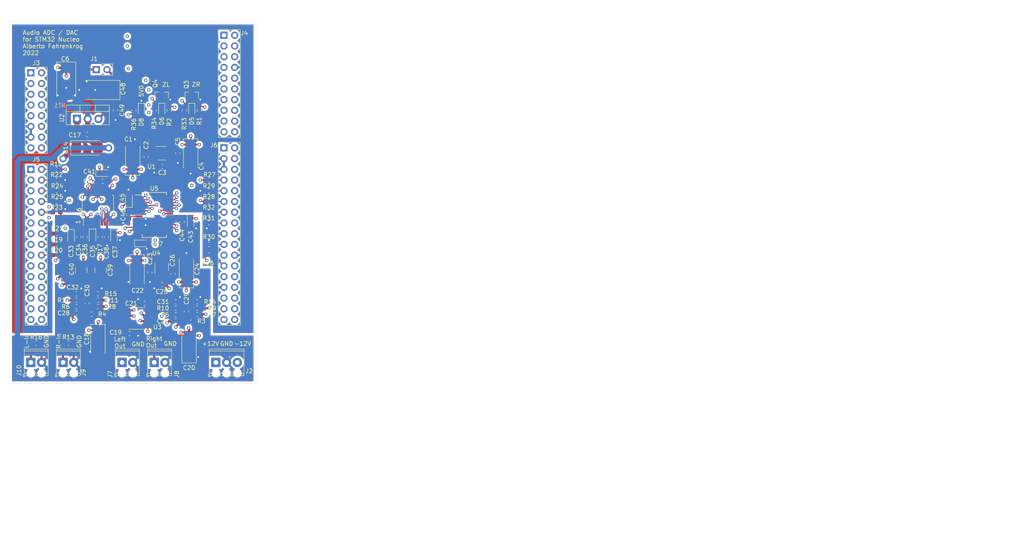
<source format=kicad_pcb>
(kicad_pcb (version 20211014) (generator pcbnew)
  (title_block (title "Arduino Codec Board") (date "2020-10-03") (rev "A"))
  (layers (0 "F.Cu" signal) (1 "In1.Cu" mixed) (2 "In2.Cu" power) (31 "B.Cu" signal) (34 "B.Paste" user) (35 "F.Paste" user) (36 "B.SilkS" user "B.Silkscreen") (37 "F.SilkS" user "F.Silkscreen") (38 "B.Mask" user) (39 "F.Mask" user) (44 "Edge.Cuts" user))
  (net 0 "")
  (net 1 "AGND")
  (net 2 "+5VD")
  (net 3 "+3V3")
  (net 4 "+5VA")
  (net 5 "Net-(C26-Pad1)")
  (net 6 "Net-(C27-Pad2)")
  (net 7 "/Vout_L")
  (net 8 "/Vout_R")
  (net 9 "Net-(C28-Pad2)")
  (net 10 "Net-(C29-Pad1)")
  (net 11 "Net-(C29-Pad2)")
  (net 12 "Net-(C30-Pad2)")
  (net 13 "Net-(C30-Pad1)")
  (net 14 "Net-(C31-Pad2)")
  (net 15 "Net-(C32-Pad2)")
  (net 16 "/Vref1")
  (net 17 "/Vref2")
  (net 18 "/Vin_L")
  (net 19 "Net-(C39-Pad2)")
  (net 20 "Net-(C40-Pad2)")
  (net 21 "/Vin_R")
  (net 22 "Net-(C47-Pad1)")
  (net 23 "Net-(D5-Pad1)")
  (net 24 "Net-(D6-Pad1)")
  (net 25 "Net-(D8-Pad2)")
  (net 26 "Net-(D5-Pad2)")
  (net 27 "/PC8")
  (net 28 "/IOREF")
  (net 29 "/PC9")
  (net 30 "/PC10")
  (net 31 "/PC11")
  (net 32 "/PC12")
  (net 33 "/PD2")
  (net 34 "/PG2")
  (net 35 "Net-(D6-Pad2)")
  (net 36 "/PG3")
  (net 37 "/ADC_MCK")
  (net 38 "/PB8")
  (net 39 "/ADC_SD")
  (net 40 "/PB9")
  (net 41 "/PB13")
  (net 42 "/ADC_WS")
  (net 43 "/DAC_WS")
  (net 44 "/PA5")
  (net 45 "/DAC_MCK")
  (net 46 "/PA6")
  (net 47 "/DAC_SD")
  (net 48 "/PA7")
  (net 49 "/DAC_BCK")
  (net 50 "/PD14")
  (net 51 "/PA4")
  (net 52 "/PD15")
  (net 53 "/PB4")
  (net 54 "/PF12")
  (net 55 "/PA3")
  (net 56 "/ADC_FMT0")
  (net 57 "/PC0")
  (net 58 "/ADC_FMT1")
  (net 59 "/PC3")
  (net 60 "/MODE0")
  (net 61 "/PF3")
  (net 62 "/MODE1")
  (net 63 "/PF5")
  (net 64 "/BYPAS")
  (net 65 "/PF10")
  (net 67 "/OSR")
  (net 68 "/PF2")
  (net 69 "/FSYNC")
  (net 70 "/PF1")
  (net 71 "/PF0")
  (net 72 "/DAC_FMT0")
  (net 73 "/DAC_FMT1")
  (net 74 "/PD0")
  (net 75 "/DAC_FMT2")
  (net 76 "/PD1")
  (net 77 "/DEMP0")
  (net 78 "/MUTE")
  (net 79 "/DEMP1")
  (net 80 "/PF13")
  (net 81 "/PE9")
  (net 82 "/PE11")
  (net 83 "/PF14")
  (net 84 "/PE13")
  (net 85 "/PF15")
  (net 86 "/PG14")
  (net 87 "/PG9")
  (net 88 "/PE8")
  (net 89 "/PE7")
  (net 90 "/PE10")
  (net 91 "/PE12")
  (net 92 "/PE14")
  (net 93 "/PE15")
  (net 94 "/ADC_BCK")
  (net 95 "/PB11")
  (net 96 "/ZEROR")
  (net 97 "/ZEROL")
  (net 98 "/VoutL+")
  (net 99 "/VoutR+")
  (net 100 "/VoutL-")
  (net 101 "/VoutR-")
  (net 102 "Net-(R33-Pad1)")
  (net 103 "Net-(R34-Pad1)")
  (net 105 "/PG1")
  (net 106 "/PG0")
  (net 107 "/PF9")
  (net 108 "/PF7")
  (net 109 "/PF8")
  (net 110 "/PE3")
  (net 111 "/PE6")
  (net 119 "/~{ADC_PWDN}")
  (net 120 "/~{DAC_RST}")
  (net 122 "GND")
  (net 124 "VCC")
  (net 125 "VSS")
  (net 126 "Net-(C3-Pad1)")
  (net 129 "+5V")
  (footprint "Capacitor_SMD:C_0603_1608Metric_Pad1.05x0.95mm_HandSolder" (layer "F.Cu") (at 142.748 135.382)
    (fp_text reference "C19")
    (fp_text value "10nF")
  )
  (footprint "Capacitor_Tantalum_SMD:CP_EIA-2012-15_AVX-P_Pad1.30x1.05mm_HandSolder" (layer "F.Cu") (at 128.905 112.649 -90)
    (fp_text reference "C33")
    (fp_text value "10uF")
  )
  (footprint "Capacitor_Tantalum_SMD:CP_EIA-2012-15_AVX-P_Pad1.30x1.05mm_HandSolder" (layer "F.Cu") (at 133.985 112.522 -90)
    (fp_text reference "C35")
    (fp_text value "10uF")
  )
  (footprint "Capacitor_SMD:C_1210_3225Metric_Pad1.42x2.65mm_HandSolder" (layer "F.Cu") (at 135.904 120.396 -90)
    (fp_text reference "C39")
    (fp_text value "1uF")
  )
  (footprint "Capacitor_SMD:C_1210_3225Metric_Pad1.42x2.65mm_HandSolder" (layer "F.Cu") (at 131.318 120.396 -90)
    (fp_text reference "C40")
    (fp_text value "1uF")
  )
  (footprint "Capacitor_SMD:C_0603_1608Metric_Pad1.05x0.95mm_HandSolder" (layer "F.Cu") (at 155.194 108.966 -90)
    (fp_text reference "C44")
    (fp_text value "100nF")
  )
  (footprint "Capacitor_SMD:C_0603_1608Metric_Pad1.05x0.95mm_HandSolder" (layer "F.Cu") (at 142.621 107.315 -90)
    (fp_text reference "C46")
    (fp_text value "100nF")
  )
  (footprint "LED_SMD:LED_0603_1608Metric_Pad1.05x0.95mm_HandSolder" (layer "F.Cu") (at 145.542 82.55 -90)
    (fp_text reference "D8")
    (fp_text value "LED")
  )
  (footprint "Connector_PinHeader_2.54mm:PinHeader_2x08_P2.54mm_Vertical" (layer "F.Cu") (at 119.38 73.66)
    (fp_text reference "J3")
    (fp_text value "Conn_02x08_Odd_Even")
  )
  (footprint "Connector_PinHeader_2.54mm:PinHeader_2x10_P2.54mm_Vertical" (layer "F.Cu") (at 165.1 64.77)
    (fp_text reference "J4")
    (fp_text value "Conn_02x10_Odd_Even")
  )
  (footprint "Arduino_codec:TerminalBlock_Phoenix_MPT-0,5-2-2.54_1x02_P2.54mm_Horizontal" (layer "F.Cu") (at 127 142.24)
    (fp_text reference "J9")
    (fp_text value "Screw_Terminal_01x02")
  )
  (footprint "Resistor_SMD:R_0603_1608Metric_Pad1.05x0.95mm_HandSolder" (layer "F.Cu") (at 120.65 137.668)
    (fp_text reference "R16")
    (fp_text value "47K")
  )
  (footprint "Resistor_SMD:R_0603_1608Metric_Pad1.05x0.95mm_HandSolder" (layer "F.Cu") (at 125.476 96.52 180)
    (fp_text reference "R18")
    (fp_text value "4.7K")
  )
  (footprint "Resistor_SMD:R_0603_1608Metric_Pad1.05x0.95mm_HandSolder" (layer "F.Cu") (at 125.476 114.3 180)
    (fp_text reference "R19")
    (fp_text value "4.7K")
  )
  (footprint "Resistor_SMD:R_0603_1608Metric_Pad1.05x0.95mm_HandSolder" (layer "F.Cu") (at 125.603 111.76)
    (fp_text reference "R21")
    (fp_text value "4.7K")
  )
  (footprint "Resistor_SMD:R_0603_1608Metric_Pad1.05x0.95mm_HandSolder" (layer "F.Cu") (at 125.476 99.06)
    (fp_text reference "R22")
    (fp_text value "4.7K")
  )
  (footprint "Resistor_SMD:R_0603_1608Metric_Pad1.05x0.95mm_HandSolder" (layer "F.Cu") (at 125.476 106.68)
    (fp_text reference "R23")
    (fp_text value "4.7K")
  )
  (footprint "Resistor_SMD:R_0603_1608Metric_Pad1.05x0.95mm_HandSolder" (layer "F.Cu") (at 125.476 101.6)
    (fp_text reference "R24")
    (fp_text value "4.7K")
  )
  (footprint "Resistor_SMD:R_0603_1608Metric_Pad1.05x0.95mm_HandSolder" (layer "F.Cu") (at 125.476 104.14)
    (fp_text reference "R25")
    (fp_text value "4.7K")
  )
  (footprint "Resistor_SMD:R_0603_1608Metric_Pad1.05x0.95mm_HandSolder" (layer "F.Cu") (at 161.558 99.06)
    (fp_text reference "R27")
    (fp_text value "4.7K")
  )
  (footprint "Resistor_SMD:R_0603_1608Metric_Pad1.05x0.95mm_HandSolder" (layer "F.Cu") (at 161.544 101.6 180)
    (fp_text reference "R29")
    (fp_text value "4.7K")
  )
  (footprint "Resistor_SMD:R_0603_1608Metric_Pad1.05x0.95mm_HandSolder" (layer "F.Cu") (at 161.544 109.22 180)
    (fp_text reference "R31")
    (fp_text value "4.7K")
  )
  (footprint "Resistor_SMD:R_0603_1608Metric_Pad1.05x0.95mm_HandSolder" (layer "F.Cu") (at 143.764 82.55 -90)
    (fp_text reference "R36")
    (fp_text value "1K")
  )
  (footprint "Package_SO:SSOP-28_5.3x10.2mm_P0.65mm" (layer "F.Cu") (at 148.59 107.315)
    (fp_text reference "U5")
    (fp_text value "PCM1793DBR")
  )
  (footprint "Connector_PinHeader_2.54mm:PinHeader_2x15_P2.54mm_Vertical" (layer "F.Cu") (at 119.38 96.52)
    (fp_text reference "J5")
    (fp_text value "Conn_02x15_Odd_Even")
  )
  (footprint "Arduino_codec:TerminalBlock_Phoenix_MPT-0,5-2-2.54_1x02_P2.54mm_Horizontal" (layer "F.Cu") (at 119.38 142.24)
    (fp_text reference "J10")
    (fp_text value "Screw_Terminal_01x02")
  )
  (footprint "Arduino_codec:TerminalBlock_Phoenix_MPT-0,5-2-2.54_1x02_P2.54mm_Horizontal" (layer "F.Cu") (at 148.59 142.24)
    (fp_text reference "J8")
    (fp_text value "Screw_Terminal_01x02")
  )
  (footprint "Arduino_codec:TerminalBlock_Phoenix_MPT-0,5-2-2.54_1x02_P2.54mm_Horizontal" (layer "F.Cu") (at 140.97 142.24)
    (fp_text reference "J7")
    (fp_text value "Screw_Terminal_01x02")
  )
  (footprint "Capacitor_Tantalum_SMD:CP_EIA-6032-20_AVX-F_Pad2.25x2.35mm_HandSolder" (layer "F.Cu") (at 156.845 138.43 90)
    (fp_text reference "C20")
    (fp_text value "10uF")
  )
  (footprint "Capacitor_SMD:C_0603_1608Metric_Pad1.05x0.95mm_HandSolder" (layer "F.Cu") (at 153.684 127.889 180)
    (fp_text reference "C31")
    (fp_text value "560pF")
  )
  (footprint "Capacitor_SMD:C_0603_1608Metric_Pad1.05x0.95mm_HandSolder" (layer "F.Cu") (at 156.224 130.175 -90)
    (fp_text reference "C29")
    (fp_text value "1800pF")
  )
  (footprint "Resistor_SMD:R_0603_1608Metric_Pad1.05x0.95mm_HandSolder" (layer "F.Cu") (at 158.764 127.889 180)
    (fp_text reference "R14")
    (fp_text value "1.8K")
  )
  (footprint "Resistor_SMD:R_0603_1608Metric_Pad1.05x0.95mm_HandSolder" (layer "F.Cu") (at 153.684 129.413)
    (fp_text reference "R10")
    (fp_text value "680R")
  )
  (footprint "Resistor_SMD:R_0603_1608Metric_Pad1.05x0.95mm_HandSolder" (layer "F.Cu") (at 158.764 129.413)
    (fp_text reference "R9")
    (fp_text value "1.8K")
  )
  (footprint "Resistor_SMD:R_0603_1608Metric_Pad1.05x0.95mm_HandSolder" (layer "F.Cu") (at 158.764 130.937)
    (fp_text reference "R7")
    (fp_text value "1.8K")
  )
  (footprint "Resistor_SMD:R_0603_1608Metric_Pad1.05x0.95mm_HandSolder" (layer "F.Cu") (at 153.684 130.937)
    (fp_text reference "R5")
    (fp_text value "680R")
  )
  (footprint "Resistor_SMD:R_0603_1608Metric_Pad1.05x0.95mm_HandSolder" (layer "F.Cu") (at 157.24 132.715)
    (fp_text reference "R3")
    (fp_text value "1.8K")
  )
  (footprint "Capacitor_SMD:C_0603_1608Metric_Pad1.05x0.95mm_HandSolder" (layer "F.Cu") (at 153.684 132.461 180)
    (fp_text reference "C27")
    (fp_text value "560pF")
  )
  (footprint "Capacitor_SMD:C_0603_1608Metric_Pad1.05x0.95mm_HandSolder" (layer "F.Cu") (at 132.715 128.27 -90)
    (fp_text reference "C30")
    (fp_text value "1800pF")
  )
  (footprint "Resistor_SMD:R_0603_1608Metric_Pad1.05x0.95mm_HandSolder" (layer "F.Cu") (at 135.255 125.984 180)
    (fp_text reference "R15")
    (fp_text value "1.8K")
  )
  (footprint "Resistor_SMD:R_0603_1608Metric_Pad1.05x0.95mm_HandSolder" (layer "F.Cu") (at 130.175 127.508)
    (fp_text reference "R12")
    (fp_text value "680R")
  )
  (footprint "Resistor_SMD:R_0603_1608Metric_Pad1.05x0.95mm_HandSolder" (layer "F.Cu") (at 135.255 127.508)
    (fp_text reference "R11")
    (fp_text value "1.8K")
  )
  (footprint "Resistor_SMD:R_0603_1608Metric_Pad1.05x0.95mm_HandSolder" (layer "F.Cu") (at 135.255 129.032)
    (fp_text reference "R8")
    (fp_text value "1.8K")
  )
  (footprint "Resistor_SMD:R_0603_1608Metric_Pad1.05x0.95mm_HandSolder" (layer "F.Cu") (at 130.175 129.032)
    (fp_text reference "R6")
    (fp_text value "680R")
  )
  (footprint "Resistor_SMD:R_0603_1608Metric_Pad1.05x0.95mm_HandSolder" (layer "F.Cu") (at 133.731 130.81 180)
    (fp_text reference "R4")
    (fp_text value "1.8K")
  )
  (footprint "Capacitor_SMD:C_0603_1608Metric_Pad1.05x0.95mm_HandSolder" (layer "F.Cu") (at 130.175 125.984 180)
    (fp_text reference "C32")
    (fp_text value "560pF")
  )
  (footprint "Capacitor_SMD:C_0603_1608Metric_Pad1.05x0.95mm_HandSolder" (layer "F.Cu") (at 130.175 130.556 180)
    (fp_text reference "C28")
    (fp_text value "560pF")
  )
  (footprint "Package_SO:SOIC-8_3.9x4.9mm_P1.27mm" (layer "F.Cu") (at 144.526 131.826 180)
    (fp_text reference "U3")
    (fp_text value "NE5532")
  )
  (footprint "Resistor_SMD:R_0603_1608Metric_Pad1.05x0.95mm_HandSolder" (layer "F.Cu") (at 135.763 112.522 90)
    (fp_text reference "R17")
    (fp_text value "1K")
  )
  (footprint "Capacitor_SMD:C_0603_1608Metric_Pad1.05x0.95mm_HandSolder" (layer "F.Cu") (at 130.683 112.522 -90)
    (fp_text reference "C34")
    (fp_text value "100nF")
  )
  (footprint "Capacitor_SMD:C_0603_1608Metric_Pad1.05x0.95mm_HandSolder" (layer "F.Cu") (at 132.207 112.522 -90)
    (fp_text reference "C36")
    (fp_text value "100nF")
  )
  (footprint "Capacitor_SMD:C_0603_1608Metric_Pad1.05x0.95mm_HandSolder" (layer "F.Cu") (at 137.287 112.522 -90)
    (fp_text reference "C38")
    (fp_text value "100nF")
  )
  (footprint "Capacitor_Tantalum_SMD:CP_EIA-2012-15_AVX-P_Pad1.30x1.05mm_HandSolder" (layer "F.Cu") (at 139.065 112.522 -90)
    (fp_text reference "C37")
    (fp_text value "10uF")
  )
  (footprint "Package_SO:SSOP-20_5.3x7.2mm_P0.65mm" (layer "F.Cu") (at 135.255 105.41 90)
    (fp_text reference "U6")
    (fp_text value "PCM1802")
  )
  (footprint "Resistor_SMD:R_0603_1608Metric_Pad1.05x0.95mm_HandSolder" (layer "F.Cu") (at 125.476 116.84 180)
    (fp_text reference "R20")
    (fp_text value "4.7K")
  )
  (footprint "Capacitor_SMD:C_0603_1608Metric_Pad1.05x0.95mm_HandSolder" (layer "F.Cu") (at 146.304 128.27)
    (fp_text reference "C21")
    (fp_text value "10nF")
  )
  (footprint "Resistor_SMD:R_0603_1608Metric_Pad1.05x0.95mm_HandSolder" (layer "F.Cu") (at 161.558 114.3 180)
    (fp_text reference "R30")
    (fp_text value "4.7K")
  )
  (footprint "Resistor_SMD:R_0603_1608Metric_Pad1.05x0.95mm_HandSolder" (layer "F.Cu") (at 161.544 116.84)
    (fp_text reference "R26")
    (fp_text value "4.7K")
  )
  (footprint "Resistor_SMD:R_0603_1608Metric_Pad1.05x0.95mm_HandSolder" (layer "F.Cu") (at 161.544 104.14)
    (fp_text reference "R28")
    (fp_text value "4.7K")
  )
  (footprint "Resistor_SMD:R_0603_1608Metric_Pad1.05x0.95mm_HandSolder" (layer "F.Cu") (at 161.544 106.68 180)
    (fp_text reference "R32")
    (fp_text value "4.7K")
  )
  (footprint "Capacitor_Tantalum_SMD:CP_EIA-2012-15_AVX-P_Pad1.30x1.05mm_HandSolder" (layer "F.Cu") (at 145.796 114.046)
    (fp_text reference "C47")
    (fp_text value "1uF")
  )
  (footprint "Resistor_SMD:R_0603_1608Metric_Pad1.05x0.95mm_HandSolder" (layer "F.Cu") (at 155.702 82.55 -90)
    (fp_text reference "R33")
    (fp_text value "2.7K")
  )
  (footprint "Resistor_SMD:R_0603_1608Metric_Pad1.05x0.95mm_HandSolder" (layer "F.Cu") (at 148.59 82.55 -90)
    (fp_text reference "R34")
    (fp_text value "2.7K")
  )
  (footprint "Capacitor_Tantalum_SMD:CP_EIA-6032-20_AVX-F_Pad2.25x2.35mm_HandSolder" (layer "F.Cu") (at 135.255 137.16 -90)
    (fp_text reference "C18")
    (fp_text value "10uF")
  )
  (footprint "Capacitor_Tantalum_SMD:CP_EIA-7343-30_AVX-N_Pad2.25x2.55mm_HandSolder" (layer "F.Cu") (at 135.89 77.724 180)
    (fp_text reference "C48")
    (fp_text value "100uF")
  )
  (footprint "Capacitor_Tantalum_SMD:CP_EIA-2012-15_AVX-P_Pad1.30x1.05mm_HandSolder" (layer "F.Cu") (at 136.652 97.409)
    (fp_text reference "C41")
    (fp_text value "10uF")
  )
  (footprint "Capacitor_SMD:C_0603_1608Metric_Pad1.05x0.95mm_HandSolder" (layer "F.Cu") (at 136.398 99.314)
    (fp_text reference "C42")
    (fp_text value "100nF")
  )
  (footprint "Capacitor_Tantalum_SMD:CP_EIA-2012-15_AVX-P_Pad1.30x1.05mm_HandSolder" (layer "F.Cu") (at 142.621 103.632 90)
    (fp_text reference "C45")
    (fp_text value "10uF")
  )
  (footprint "Capacitor_Tantalum_SMD:CP_EIA-2012-15_AVX-P_Pad1.30x1.05mm_HandSolder" (layer "F.Cu") (at 157.226 109.093 -90)
    (fp_text reference "C43")
    (fp_text value "10uF")
  )
  (footprint "LED_SMD:LED_0603_1608Metric_Pad1.05x0.95mm_HandSolder" (layer "F.Cu") (at 150.368 82.55 -90)
    (fp_text reference "D6")
    (fp_text value "LED")
  )
  (footprint "Connector_PinHeader_2.54mm:PinHeader_2x17_P2.54mm_Vertical" (layer "F.Cu") (at 165.1 91.44)
    (fp_text reference "J6")
    (fp_text value "Conn_02x17_Odd_Even")
  )
  (footprint "Package_TO_SOT_SMD:SOT-23" (layer "F.Cu") (at 157.48 78.994 90)
    (fp_text reference "Q3")
    (fp_text value "MMBT4401L")
  )
  (footprint "Package_TO_SOT_SMD:SOT-23" (layer "F.Cu") (at 150.368 78.994 90)
    (fp_text reference "Q4")
    (fp_text value "MMBT4401L")
  )
  (footprint "LED_SMD:LED_0603_1608Metric_Pad1.05x0.95mm_HandSolder" (layer "F.Cu") (at 157.48 82.55 -90)
    (fp_text reference "D5")
    (fp_text value "LED")
  )
  (footprint "Resistor_SMD:R_0603_1608Metric_Pad1.05x0.95mm_HandSolder" (layer "F.Cu") (at 128.27 137.668)
    (fp_text reference "R13")
    (fp_text value "47K")
  )
  (footprint "Arduino_codec:TerminalBlock_Phoenix_MPT-0,5-3-2.54_1x03_P2.54mm_Horizontal" (layer "F.Cu") (at 163.195 142.24)
    (fp_text reference "J2")
    (fp_text value "Screw_Terminal_01x03")
  )
  (footprint "Package_TO_SOT_SMD:SOT-23-5_HandSoldering" (layer "F.Cu") (at 150.368 119.634 90)
    (fp_text reference "U4")
    (fp_text value "LP2985IM5-5.0/NOPB")
  )
  (footprint "Capacitor_Tantalum_SMD:CP_EIA-6032-20_AVX-F_Pad2.25x2.35mm_HandSolder" (layer "F.Cu") (at 144.526 120.65 -90)
    (fp_text reference "C22")
    (fp_text value "10uF")
  )
  (footprint "Capacitor_SMD:C_0603_1608Metric_Pad1.05x0.95mm_HandSolder" (layer "F.Cu") (at 147.574 120.904 -90)
    (fp_text reference "C23")
    (fp_text value "10nF")
  )
  (footprint "Capacitor_Tantalum_SMD:CP_EIA-6032-20_AVX-F_Pad2.25x2.35mm_HandSolder" (layer "F.Cu") (at 156.21 120.65 90)
    (fp_text reference "C24")
    (fp_text value "10uF")
  )
  (footprint "Capacitor_SMD:C_0603_1608Metric_Pad1.05x0.95mm_HandSolder" (layer "F.Cu") (at 150.495 123.825 180)
    (fp_text reference "C25")
    (fp_text value "10nF")
  )
  (footprint "Capacitor_SMD:C_0603_1608Metric_Pad1.05x0.95mm_HandSolder" (layer "F.Cu") (at 153.035 121.299 -90)
    (fp_text reference "C26")
    (fp_text value "10nF")
  )
  (footprint "Capacitor_Tantalum_SMD:CP_EIA-6032-20_AVX-F_Pad2.25x2.35mm_HandSolder" (layer "F.Cu") (at 132.715 91.44)
    (fp_text reference "C14")
    (fp_text value "10uF")
  )
  (footprint "Capacitor_SMD:C_0603_1608Metric_Pad1.05x0.95mm_HandSolder" (layer "F.Cu") (at 139.446 82.55 -90)
    (fp_text reference "C49")
    (fp_text value "22nF")
  )
  (footprint "Package_TO_SOT_THT:TO-220-3_Vertical" (layer "F.Cu") (at 130.302 84.582)
    (fp_text reference "U2")
    (fp_text value "TPSM84205")
  )
  (footprint "Capacitor_SMD:C_0603_1608Metric_Pad1.05x0.95mm_HandSolder" (layer "F.Cu") (at 132.715 88.265)
    (fp_text reference "C17")
    (fp_text value "10nF")
  )
  (footprint "Capacitor_Tantalum_SMD:CP_EIA-6032-20_AVX-F_Pad2.25x2.35mm_HandSolder" (layer "F.Cu") (at 143.51 93.98 90)
    (fp_text reference "C1")
    (fp_text value "10uF")
  )
  (footprint "Package_TO_SOT_SMD:SOT-23-5_HandSoldering" (layer "F.Cu") (at 150.495 92.71)
    (fp_text reference "U1")
    (fp_text value "LDS3985M33R")
  )
  (footprint "Capacitor_SMD:C_0603_1608Metric_Pad1.08x0.95mm_HandSolder" (layer "F.Cu") (at 146.685 93.5725 90)
    (fp_text reference "C2")
    (fp_text value "10nF")
  )
  (footprint "Capacitor_SMD:C_0603_1608Metric_Pad1.08x0.95mm_HandSolder" (layer "F.Cu") (at 154.178 92.71 -90)
    (fp_text reference "C5")
    (fp_text value "10nF")
  )
  (footprint "Capacitor_SMD:C_0603_1608Metric_Pad1.08x0.95mm_HandSolder" (layer "F.Cu") (at 150.495 95.885 180)
    (fp_text reference "C3")
    (fp_text value "10nF")
  )
  (footprint "Capacitor_Tantalum_SMD:CP_EIA-6032-20_AVX-F_Pad2.25x2.35mm_HandSolder" (layer "F.Cu") (at 157.226 93.218 -90)
    (fp_text reference "C4")
    (fp_text value "10uF")
  )
  (footprint "Connector_PinHeader_2.54mm:PinHeader_1x02_P2.54mm_Vertical" (layer "F.Cu") (at 134.869 72.898 90)
    (fp_text reference "J1")
    (fp_text value "Conn_01x02")
  )
  (footprint "Resistor_SMD:R_0603_1608Metric_Pad0.98x0.95mm_HandSolder" (layer "F.Cu") (at 152.146 82.55 90)
    (fp_text reference "R2")
    (fp_text value "270")
  )
  (footprint "Resistor_SMD:R_0603_1608Metric_Pad0.98x0.95mm_HandSolder" (layer "F.Cu") (at 159.258 82.55 90)
    (fp_text reference "R1")
    (fp_text value "270")
  )
  (footprint "Capacitor_Tantalum_SMD:CP_EIA-7343-30_AVX-N_Pad2.25x2.55mm_HandSolder" (layer "F.Cu") (at 127.762 75.692 -90)
    (fp_text reference "C6")
    (fp_text value "100uF")
  )
  (footprint "NetTie:NetTie-2_SMD_Pad2.0mm" (layer "B.Cu") (at 130.81 81.534)
    (fp_text reference "NT1")
    (fp_text value "Net-Tie_2")
  )
  (gr_line (start 114.3 61.595) (end 114.3 147.32) (layer "Edge.Cuts") (width 0.05))
  (gr_line (start 114.3 147.32) (end 172.72 147.32) (layer "Edge.Cuts") (width 0.05))
  (gr_line (start 172.72 61.595) (end 114.3 61.595) (layer "Edge.Cuts") (width 0.05))
  (gr_line (start 172.72 147.32) (end 172.72 61.595) (layer "Edge.Cuts") (width 0.05))
  (gr_text "1" (at 130.556 108.966 90) (layer "F.SilkS") (effects (font (size 1 1))))
  (gr_text "Audio ADC / DAC \nfor STM32 Nucleo\nAlberto Fahrenkrog\n2022" (at 117.348 66.548) (layer "F.SilkS") (effects (font (size 1 1)) (justify left)))
  (gr_text "5VD" (at 145.542 77.978 90) (layer "F.SilkS") (effects (font (size 1 1))))
  (gr_text "Right\nOut" (at 146.558 137.414) (layer "F.SilkS") (effects (font (size 1 1)) (justify left)))
  (gr_text "ZL" (at 151.384 76.454) (layer "F.SilkS") (effects (font (size 1 1))))
  (gr_text "Left\nOut" (at 140.462 137.541) (layer "F.SilkS") (effects (font (size 1 1))))
  (gr_text "GND" (at 152.4 137.795) (layer "F.SilkS") (effects (font (size 1 1))))
  (gr_text "GND" (at 123.063 137.287 90) (layer "F.SilkS") (effects (font (size 1 1))))
  (gr_text "GND" (at 144.78 137.922) (layer "F.SilkS") (effects (font (size 1 1))))
  (gr_text "GND" (at 130.81 137.287 90) (layer "F.SilkS") (effects (font (size 1 1))))
  (gr_text "L-In" (at 118.364 137.16 90) (layer "F.SilkS") (effects (font (size 1 1))))
  (gr_text "+12V" (at 161.925 137.795) (layer "F.SilkS") (effects (font (size 1 1))))
  (gr_text "-12V" (at 169.545 137.795) (layer "F.SilkS") (effects (font (size 1 1))))
  (gr_text "GND" (at 165.735 137.795) (layer "F.SilkS") (effects (font (size 1 1))))
  (gr_text "ZR" (at 158.496 76.454) (layer "F.SilkS") (effects (font (size 1 1))))
  (gr_text "1" (at 142.24 111.125) (layer "F.SilkS") (effects (font (size 1 1))))
  (gr_text "R-In" (at 125.984 137.16 90) (layer "F.SilkS") (effects (font (size 1 1))))
  (segment (start 145.429 128.27) (end 145.429 127.903) (width 0.508) (layer "F.Cu") (net 1))
  (segment (start 133.985 114.427) (end 134.874 115.316) (width 0.508) (layer "F.Cu") (net 1))
  (segment (start 137.414 114.554) (end 137.287 114.427) (width 0.508) (layer "F.Cu") (net 1))
  (segment (start 133.985 113.497) (end 132.307 113.497) (width 0.508) (layer "F.Cu") (net 1))
  (segment (start 140.249 113.497) (end 140.462 113.284) (width 0.508) (layer "F.Cu") (net 1))
  (segment (start 136.13 124.728) (end 136.144 124.714) (width 0.508) (layer "F.Cu") (net 1))
  (segment (start 133.59 86.854) (end 132.842 86.106) (width 1.27) (layer "F.Cu") (net 1))
  (segment (start 136.13 125.984) (end 136.13 124.728) (width 0.508) (layer "F.Cu") (net 1))
  (segment (start 132.842 86.106) (end 132.842 84.582) (width 1.27) (layer "F.Cu") (net 1))
  (segment (start 146.42 109.59) (end 146.558 109.728) (width 0.254) (layer "F.Cu") (net 1))
  (segment (start 121.92 140.208) (end 121.92 142.24) (width 0.508) (layer "F.Cu") (net 1))
  (segment (start 133.36 139.71) (end 133.35 139.7) (width 0.508) (layer "F.Cu") (net 1))
  (segment (start 139.065 113.497) (end 140.249 113.497) (width 0.508) (layer "F.Cu") (net 1))
  (segment (start 133.59 89.765) (end 135.265 91.44) (width 1.27) (layer "F.Cu") (net 1))
  (segment (start 135.255 139.71) (end 133.36 139.71) (width 0.508) (layer "F.Cu") (net 1))
  (segment (start 142.504 123.2) (end 142.494 123.19) (width 0.508) (layer "F.Cu") (net 1))
  (segment (start 146.4815 108.29) (end 146.558 108.2135) (width 0.254) (layer "F.Cu") (net 1))
  (segment (start 132.307 113.497) (end 132.207 113.397) (width 0.508) (layer "F.Cu") (net 1))
  (segment (start 159.639 127.889) (end 159.639 126.873) (width 0.508) (layer "F.Cu") (net 1))
  (segment (start 154.559 126.873) (end 154.686 126.746) (width 0.508) (layer "F.Cu") (net 1))
  (segment (start 143.623 135.382) (end 144.272 135.382) (width 0.508) (layer "F.Cu") (net 1))
  (segment (start 144.99 108.29) (end 146.4815 108.29) (width 0.254) (layer "F.Cu") (net 1))
  (segment (start 150.368 123.077) (end 149.62 123.825) (width 0.508) (layer "F.Cu") (net 1))
  (segment (start 137.795 91.44) (end 135.265 91.44) (width 1.27) (layer "F.Cu") (net 1))
  (segment (start 133.59 88.265) (end 133.59 86.854) (width 1.27) (layer "F.Cu") (net 1))
  (segment (start 132.207 113.397) (end 130.683 113.397) (width 0.508) (layer "F.Cu") (net 1))
  (segment (start 150.902 108.94) (end 152.19 108.94) (width 0.254) (layer "F.Cu") (net 1))
  (segment (start 158.994 140.98) (end 159.004 140.97) (width 0.508) (layer "F.Cu") (net 1))
  (segment (start 131.05 124.982) (end 131.318 124.714) (width 0.508) (layer "F.Cu") (net 1))
  (segment (start 131.05 125.984) (end 131.05 124.982) (width 0.508) (layer "F.Cu") (net 1))
  (segment (start 135.58 107.64) (end 135.58 108.91) (width 0.254) (layer "F.Cu") (net 1))
  (segment (start 149.62 123.825) (end 149.479 123.825) (width 0.508) (layer "F.Cu") (net 1))
  (segment (start 129.132 113.397) (end 128.905 113.624) (width 0.508) (layer "F.Cu") (net 1))
  (segment (start 135.128 107.188) (end 135.58 107.64) (width 0.254) (layer "F.Cu") (net 1))
  (segment (start 129.145 137.668) (end 129.145 139.559) (width 0.508) (layer "F.Cu") (net 1))
  (segment (start 121.525 139.813) (end 121.92 140.208) (width 0.508) (layer "F.Cu") (net 1))
  (segment (start 138.965 113.397) (end 139.065 113.497) (width 0.508) (layer "F.Cu") (net 1))
  (segment (start 129.54 139.954) (end 129.54 142.24) (width 0.508) (layer "F.Cu") (net 1))
  (segment (start 144.272 135.382) (end 144.78 135.89) (width 0.508) (layer "F.Cu") (net 1))
  (segment (start 137.287 114.427) (end 137.287 113.397) (width 0.508) (layer "F.Cu") (net 1))
  (segment (start 157.226 110.068) (end 155.421 110.068) (width 0.508) (layer "F.Cu") (net 1))
  (segment (start 150.368 120.984) (end 150.368 123.077) (width 0.508) (layer "F.Cu") (net 1))
  (segment (start 158.074 110.068) (end 158.496 110.49) (width 0.508) (layer "F.Cu") (net 1))
  (segment (start 146.771 114.046) (end 146.771 115.275) (width 0.254) (layer "F.Cu") (net 1))
  (segment (start 152.19 110.89) (end 150.768 110.89) (width 0.254) (layer "F.Cu") (net 1))
  (segment (start 154.293 108.94) (end 155.194 109.841) (width 0.254) (layer "F.Cu") (net 1))
  (segment (start 121.525 137.668) (end 121.525 139.813) (width 0.508) (layer "F.Cu") (net 1))
  (segment (start 150.768 110.89) (end 150.622 110.744) (width 0.254) (layer "F.Cu") (net 1))
  (segment (start 156.845 140.98) (end 158.994 140.98) (width 0.508) (layer "F.Cu") (net 1))
  (segment (start 149.479 123.825) (end 148.59 124.714) (width 0.508) (layer "F.Cu") (net 1))
  (segment (start 153.035 123.571) (end 153.162 123.698) (width 0.508) (layer "F.Cu") (net 1))
  (segment (start 133.985 113.497) (end 133.985 114.427) (width 0.508) (layer "F.Cu") (net 1))
  (segment (start 155.421 110.068) (end 155.194 109.841) (width 0.508) (layer "F.Cu") (net 1))
  (segment (start 153.035 122.174) (end 153.035 123.571) (width 0.508) (layer "F.Cu") (net 1))
  (segment (start 144.99 109.59) (end 146.42 109.59) (width 0.254) (layer "F.Cu") (net 1))
  (segment (start 159.639 126.873) (end 159.512 126.746) (width 0.508) (layer "F.Cu") (net 1))
  (segment (start 130.683 113.397) (end 129.132 113.397) (width 0.508) (layer "F.Cu") (net 1))
  (segment (start 154.559 127.889) (end 154.559 126.873) (width 0.508) (layer "F.Cu") (net 1))
  (segment (start 152.19 108.94) (end 154.293 108.94) (width 0.254) (layer "F.Cu") (net 1))
  (segment (start 146.771 115.275) (end 146.812 115.316) (width 0.254) (layer "F.Cu") (net 1))
  (segment (start 156.21 118.1) (end 156.21 116.332) (width 0.508) (layer "F.Cu") (net 1))
  (segment (start 157.226 110.068) (end 158.074 110.068) (width 0.508) (layer "F.Cu") (net 1))
  (segment (start 129.145 139.559) (end 129.54 139.954) (width 0.508) (layer "F.Cu") (net 1))
  (segment (start 137.287 113.397) (end 138.965 113.397) (width 0.508) (layer "F.Cu") (net 1))
  (segment (start 144.526 123.2) (end 142.504 123.2) (width 0.508) (layer "F.Cu") (net 1))
  (segment (start 133.59 88.265) (end 133.59 89.765) (width 1.27) (layer "F.Cu") (net 1))
  (segment (start 147.574 121.779) (end 147.574 123.19) (width 0.508) (layer "F.Cu") (net 1))
  (segment (start 145.429 127.903) (end 144.78 127.254) (width 0.508) (layer "F.Cu") (net 1))
  (segment (start 150.622 109.22) (end 150.902 108.94) (width 0.254) (layer "F.Cu") (net 1))
  (segment (start 150.622 110.744) (end 150.622 109.22) (width 0.254) (layer "F.Cu") (net 1))
  (via (at 153.162 123.698) (size 0.8) (drill 0.4) (layers "F.Cu" "B.Cu") (net 1))
  (via (at 142.494 123.19) (size 0.8) (drill 0.4) (layers "F.Cu" "B.Cu") (net 1))
  (via (at 137.414 114.554) (size 0.8) (drill 0.4) (layers "F.Cu" "B.Cu") (net 1))
  (via (at 154.686 126.746) (size 0.8) (drill 0.4) (layers "F.Cu" "B.Cu") (net 1))
  (via (at 147.574 123.19) (size 0.8) (drill 0.4) (layers "F.Cu" "B.Cu") (net 1))
  (via (at 136.144 124.714) (size 0.8) (drill 0.4) (layers "F.Cu" "B.Cu") (net 1))
  (via (at 140.462 113.284) (size 0.8) (drill 0.4) (layers "F.Cu" "B.Cu") (net 1))
  (via (at 156.21 116.332) (size 0.8) (drill 0.4) (layers "F.Cu" "B.Cu") (net 1))
  (via (at 146.558 109.728) (size 0.8) (drill 0.4) (layers "F.Cu" "B.Cu") (net 1))
  (via (at 159.512 126.746) (size 0.8) (drill 0.4) (layers "F.Cu" "B.Cu") (net 1))
  (via (at 146.812 115.316) (size 0.8) (drill 0.4) (layers "F.Cu" "B.Cu") (net 1))
  (via (at 144.78 127.254) (size 0.8) (drill 0.4) (layers "F.Cu" "B.Cu") (net 1))
  (via (at 133.35 139.7) (size 0.8) (drill 0.4) (layers "F.Cu" "B.Cu") (net 1))
  (via (at 135.128 107.188) (size 0.8) (drill 0.4) (layers "F.Cu" "B.Cu") (net 1))
  (via (at 134.874 115.316) (size 0.8) (drill 0.4) (layers "F.Cu" "B.Cu") (net 1))
  (via (at 146.558 108.2135) (size 0.8) (drill 0.4) (layers "F.Cu" "B.Cu") (net 1))
  (via (at 131.318 124.714) (size 0.8) (drill 0.4) (layers "F.Cu" "B.Cu") (net 1))
  (via (at 148.59 124.714) (size 0.8) (drill 0.4) (layers "F.Cu" "B.Cu") (net 1))
  (via (at 158.496 110.49) (size 0.8) (drill 0.4) (layers "F.Cu" "B.Cu") (net 1))
  (via (at 144.78 135.89) (size 0.8) (drill 0.4) (layers "F.Cu" "B.Cu") (net 1))
  (via (at 137.795 91.44) (size 1.7) (drill 1) (layers "F.Cu" "B.Cu") (net 1))
  (via (at 159.004 140.97) (size 0.8) (drill 0.4) (layers "F.Cu" "B.Cu") (net 1))
  (segment (start 132.842 81.566) (end 132.81 81.534) (width 1.27) (layer "B.Cu") (net 1))
  (segment (start 116.205 94.615) (end 116.84 93.98) (width 1.27) (layer "B.Cu") (net 1))
  (segment (start 137.414 109.474) (end 137.414 114.554) (width 0.508) (layer "B.Cu") (net 1))
  (segment (start 116.205 136.525) (end 116.205 94.615) (width 1.27) (layer "B.Cu") (net 1))
  (segment (start 132.842 84.582) (end 132.842 81.566) (width 1.27) (layer "B.Cu") (net 1))
  (segment (start 165.735 142.24) (end 165.735 141.097) (width 1.27) (layer "B.Cu") (net 1))
  (segment (start 117.475 137.795) (end 116.205 136.525) (width 1.27) (layer "B.Cu") (net 1))
  (segment (start 116.84 93.98) (end 124.46 93.98) (width 1.27) (layer "B.Cu") (net 1))
  (segment (start 165.735 141.097) (end 162.433 137.795) (width 1.27) (layer "B.Cu") (net 1))
  (segment (start 127 91.44) (end 137.795 91.44) (width 1.27) (layer "B.Cu") (net 1))
  (segment (start 135.128 107.188) (end 137.414 109.474) (width 0.508) (layer "B.Cu") (net 1))
  (segment (start 162.433 137.795) (end 117.475 137.795) (width 1.27) (layer "B.Cu") (net 1))
  (segment (start 124.46 93.98) (end 127 91.44) (width 1.27) (layer "B.Cu") (net 1))
  (segment (start 145.532 96.53) (end 145.542 96.52) (width 0.508) (layer "F.Cu") (net 2))
  (segment (start 125.832 72.492) (end 125.73 72.39) (width 0.508) (layer "F.Cu") (net 2))
  (segment (start 150.368 91.948) (end 150.368 93.472) (width 0.254) (layer "F.Cu") (net 2))
  (segment (start 127.762 72.492) (end 127.762 74.422) (width 0.508) (layer "F.Cu") (net 2))
  (segment (start 150.368 93.472) (end 150.18 93.66) (width 0.254) (layer "F.Cu") (net 2))
  (segment (start 141.488 96.53) (end 141.478 96.52) (width 0.508) (layer "F.Cu") (net 2))
  (segment (start 128.168 72.898) (end 134.869 72.898) (width 0.508) (layer "F.Cu") (net 2))
  (segment (start 149.145 93.66) (end 148.148 93.66) (width 0.508) (layer "F.Cu") (net 2))
  (segment (start 143.51 96.53) (end 143.51 98.552) (width 0.508) (layer "F.Cu") (net 2))
  (segment (start 143.51 95.758) (end 144.833 94.435) (width 0.508) (layer "F.Cu") (net 2))
  (segment (start 147.373 94.435) (end 146.685 94.435) (width 0.508) (layer "F.Cu") (net 2))
  (segment (start 148.148 93.66) (end 147.373 94.435) (width 0.508) (layer "F.Cu") (net 2))
  (segment (start 143.51 96.53) (end 141.488 96.53) (width 0.508) (layer "F.Cu") (net 2))
  (segment (start 127.762 72.492) (end 128.168 72.898) (width 0.508) (layer "F.Cu") (net 2))
  (segment (start 143.51 96.53) (end 143.51 95.758) (width 0.508) (layer "F.Cu") (net 2))
  (segment (start 143.51 96.53) (end 145.532 96.53) (width 0.508) (layer "F.Cu") (net 2))
  (segment (start 149.145 91.76) (end 150.18 91.76) (width 0.254) (layer "F.Cu") (net 2))
  (segment (start 127.762 72.492) (end 125.832 72.492) (width 0.508) (layer "F.Cu") (net 2))
  (segment (start 150.18 91.76) (end 150.368 91.948) (width 0.254) (layer "F.Cu") (net 2))
  (segment (start 143.764 83.425) (end 142.635 83.425) (width 0.254) (layer "F.Cu") (net 2))
  (segment (start 142.635 83.425) (end 142.494 83.566) (width 0.254) (layer "F.Cu") (net 2))
  (segment (start 150.18 93.66) (end 149.145 93.66) (width 0.254) (layer "F.Cu") (net 2))
  (segment (start 144.833 94.435) (end 146.685 94.435) (width 0.508) (layer "F.Cu") (net 2))
  (via (at 125.73 72.39) (size 0.8) (drill 0.4) (layers "F.Cu" "B.Cu") (net 2))
  (via (at 145.542 96.52) (size 0.8) (drill 0.4) (layers "F.Cu" "B.Cu") (net 2))
  (via (at 143.51 98.552) (size 0.8) (drill 0.4) (layers "F.Cu" "B.Cu") (net 2))
  (via (at 141.478 96.52) (size 0.8) (drill 0.4) (layers "F.Cu" "B.Cu") (net 2))
  (via (at 127.762 74.422) (size 0.8) (drill 0.4) (layers "F.Cu" "B.Cu") (net 2))
  (via (at 142.494 83.566) (size 0.8) (drill 0.4) (layers "F.Cu" "B.Cu") (net 2))
  (segment (start 154.0905 91.76) (end 154.178 91.8475) (width 0.508) (layer "F.Cu") (net 3))
  (segment (start 154.178 91.8475) (end 156.0465 91.8475) (width 0.508) (layer "F.Cu") (net 3))
  (segment (start 157.226 90.668) (end 157.226 88.646) (width 0.508) (layer "F.Cu") (net 3))
  (segment (start 144.99 106.99) (end 143.171 106.99) (width 0.254) (layer "F.Cu") (net 3))
  (segment (start 151.845 91.76) (end 154.0905 91.76) (width 0.508) (layer "F.Cu") (net 3))
  (segment (start 157.226 90.668) (end 155.204 90.668) (width 0.508) (layer "F.Cu") (net 3))
  (segment (start 135.677 97.409) (end 135.677 96.053) (width 0.508) (layer "F.Cu") (net 3))
  (segment (start 159.258 81.6375) (end 160.3775 81.6375) (width 0.254) (layer "F.Cu") (net 3))
  (segment (start 152.146 81.6375) (end 153.2655 81.6375) (width 0.254) (layer "F.Cu") (net 3))
  (segment (start 136.23 101.91) (end 136.23 100.021) (width 0.254) (layer "F.Cu") (net 3))
  (segment (start 142.621 104.607) (end 141.773 104.607) (width 0.508) (layer "F.Cu") (net 3))
  (segment (start 126.351 116.84) (end 126.351 116.981) (width 0.254) (layer "F.Cu") (net 3))
  (segment (start 141.773 104.607) (end 140.97 105.41) (width 0.508) (layer "F.Cu") (net 3))
  (segment (start 142.621 104.607) (end 142.621 106.44) (width 0.508) (layer "F.Cu") (net 3))
  (segment (start 156.0465 91.8475) (end 157.226 90.668) (width 0.508) (layer "F.Cu") (net 3))
  (segment (start 160.669 116.84) (end 160.669 117.743) (width 0.254) (layer "F.Cu") (net 3))
  (segment (start 126.351 96.52) (end 127.508 96.52) (width 0.254) (layer "F.Cu") (net 3))
  (segment (start 143.171 106.99) (end 142.621 106.44) (width 0.254) (layer "F.Cu") (net 3))
  (segment (start 126.351 116.84) (end 126.351 114.3) (width 0.254) (layer "F.Cu") (net 3))
  (segment (start 159.248 90.668) (end 159.258 90.678) (width 0.508) (layer "F.Cu") (net 3))
  (segment (start 135.523 99.314) (end 135.523 97.563) (width 0.508) (layer "F.Cu") (net 3))
  (segment (start 159.766 104.14) (end 159.517714 103.891714) (width 0.254) (layer "F.Cu") (net 3))
  (segment (start 160.683 99.06) (end 159.512 99.06) (width 0.254) (layer "F.Cu") (net 3))
  (segment (start 157.226 90.668) (end 159.248 90.668) (width 0.508) (layer "F.Cu") (net 3))
  (segment (start 160.669 104.14) (end 159.766 104.14) (width 0.254) (layer "F.Cu") (net 3))
  (segment (start 135.677 96.053) (end 135.636 96.012) (width 0.508) (layer "F.Cu") (net 3))
  (segment (start 160.669 117.743) (end 161.036 118.11) (width 0.254) (layer "F.Cu") (net 3))
  (segment (start 135.523 97.563) (end 135.677 97.409) (width 0.508) (layer "F.Cu") (net 3))
  (segment (start 126.351 116.981) (end 125.222 118.11) (width 0.254) (layer "F.Cu") (net 3))
  (segment (start 136.23 100.021) (end 135.523 99.314) (width 0.254) (layer "F.Cu") (net 3))
  (segment (start 160.3775 81.6375) (end 160.528 81.788) (width 0.254) (layer "F.Cu") (net 3))
  (segment (start 155.204 90.668) (end 155.194 90.678) (width 0.508) (layer "F.Cu") (net 3))
  (segment (start 153.2655 81.6375) (end 153.416 81.788) (width 0.254) (layer "F.Cu") (net 3))
  (via (at 155.194 90.678) (size 0.8) (drill 0.4) (layers "F.Cu" "B.Cu") (net 3))
  (via (at 157.226 88.646) (size 0.8) (drill 0.4) (layers "F.Cu" "B.Cu") (net 3))
  (via (at 161.036 118.11) (size 0.8) (drill 0.4) (layers "F.Cu" "B.Cu") (net 3))
  (via (at 140.97 105.41) (size 0.8) (drill 0.4) (layers "F.Cu" "B.Cu") (net 3))
  (via (at 153.416 81.788) (size 0.8) (drill 0.4) (layers "F.Cu" "B.Cu") (net 3))
  (via (at 160.528 81.788) (size 0.8) (drill 0.4) (layers "F.Cu" "B.Cu") (net 3))
  (via (at 159.258 90.678) (size 0.8) (drill 0.4) (layers "F.Cu" "B.Cu") (net 3))
  (via (at 159.512 99.06) (size 0.8) (drill 0.4) (layers "F.Cu" "B.Cu") (net 3))
  (via (at 135.636 96.012) (size 0.8) (drill 0.4) (layers "F.Cu" "B.Cu") (net 3))
  (via (at 127.508 96.52) (size 0.8) (drill 0.4) (layers "F.Cu" "B.Cu") (net 3))
  (via (at 159.517714 103.891714) (size 0.8) (drill 0.4) (layers "F.Cu" "B.Cu") (net 3))
  (via (at 125.222 118.11) (size 0.8) (drill 0.4) (layers "F.Cu" "B.Cu") (net 3))
  (segment (start 155.194 107.95) (end 154.884 107.64) (width 0.254) (layer "F.Cu") (net 4))
  (segment (start 140.421 111.547) (end 140.462 111.506) (width 0.508) (layer "F.Cu") (net 4))
  (segment (start 154.884 107.64) (end 152.19 107.64) (width 0.254) (layer "F.Cu") (net 4))
  (segment (start 158.41 108.118) (end 158.496 108.204) (width 0.508) (layer "F.Cu") (net 4))
  (segment (start 155.194 108.091) (end 155.194 107.95) (width 0.254) (layer "F.Cu") (net 4))
  (segment (start 135.763 111.647) (end 137.287 111.647) (width 0.508) (layer "F.Cu") (net 4))
  (segment (start 154.995 108.29) (end 155.194 108.091) (width 0.254) (layer "F.Cu") (net 4))
  (segment (start 147.574 118.872) (end 148.162 118.284) (width 0.508) (layer "F.Cu") (net 4))
  (segment (start 157.226 108.118) (end 155.221 108.118) (width 0.508) (layer "F.Cu") (net 4))
  (segment (start 134.93 109.848545) (end 135.636 110.554545) (width 0.254) (layer "F.Cu") (net 4))
  (segment (start 144.526 119.38) (end 144.526 118.1) (width 0.508) (layer "F.Cu") (net 4))
  (segment (start 148.336 108.966) (end 148.362 108.94) (width 0.254) (layer "F.Cu") (net 4))
  (segment (start 144.99 108.94) (end 148.362 108.94) (width 0.254) (layer "F.Cu") (net 4))
  (segment (start 146.294 118.1) (end 146.304 118.11) (width 0.508) (layer "F.Cu") (net 4))
  (segment (start 148.336 110.49) (end 148.336 108.966) (width 0.254) (layer "F.Cu") (net 4))
  (segment (start 149.012 108.29) (end 148.362 108.94) (width 0.254) (layer "F.Cu") (net 4))
  (segment (start 147.574 120.029) (end 145.175 120.029) (width 0.508) (layer "F.Cu") (net 4))
  (segment (start 144.526 118.1) (end 146.294 118.1) (width 0.508) (layer "F.Cu") (net 4))
  (segment (start 147.574 120.029) (end 147.574 118.872) (width 0.508) (layer "F.Cu") (net 4))
  (segment (start 139.065 111.547) (end 140.421 111.547) (width 0.508) (layer "F.Cu") (net 4))
  (segment (start 137.387 111.547) (end 137.287 111.647) (width 0.508) (layer "F.Cu") (net 4))
  (segment (start 152.19 108.29) (end 154.995 108.29) (width 0.254) (layer "F.Cu") (net 4))
  (segment (start 148.162 118.284) (end 149.418 118.284) (width 0.508) (layer "F.Cu") (net 4))
  (segment (start 157.226 108.118) (end 158.41 108.118) (width 0.508) (layer "F.Cu") (net 4))
  (segment (start 145.175 120.029) (end 144.526 119.38) (width 0.508) (layer "F.Cu") (net 4))
  (segment (start 149.386 111.54) (end 148.336 110.49) (width 0.254) (layer "F.Cu") (net 4))
  (segment (start 152.19 111.54) (end 149.386 111.54) (width 0.254) (layer "F.Cu") (net 4))
  (segment (start 144.526 118.1) (end 144.526 116.078) (width 0.508) (layer "F.Cu") (net 4))
  (segment (start 135.636 110.554545) (end 135.636 111.52) (width 0.254) (layer "F.Cu") (net 4))
  (segment (start 139.065 111.547) (end 137.387 111.547) (width 0.508) (layer "F.Cu") (net 4))
  (segment (start 152.19 108.29) (end 149.012 108.29) (width 0.254) (layer "F.Cu") (net 4))
  (segment (start 134.93 108.91) (end 134.93 109.848545) (width 0.254) (layer "F.Cu") (net 4))
  (segment (start 142.504 118.1) (end 142.494 118.11) (width 0.508) (layer "F.Cu") (net 4))
  (segment (start 155.221 108.118) (end 155.194 108.091) (width 0.508) (layer "F.Cu") (net 4))
  (segment (start 144.526 118.1) (end 142.504 118.1) (width 0.508) (layer "F.Cu") (net 4))
  (segment (start 135.636 111.52) (end 135.763 111.647) (width 0.254) (layer "F.Cu") (net 4))
  (via (at 142.494 118.11) (size 0.8) (drill 0.4) (layers "F.Cu" "B.Cu") (net 4))
  (via (at 158.496 108.204) (size 0.8) (drill 0.4) (layers "F.Cu" "B.Cu") (net 4))
  (via (at 140.462 111.506) (size 0.8) (drill 0.4) (layers "F.Cu" "B.Cu") (net 4))
  (via (at 144.526 116.078) (size 0.8) (drill 0.4) (layers "F.Cu" "B.Cu") (net 4))
  (via (at 146.304 118.11) (size 0.8) (drill 0.4) (layers "F.Cu" "B.Cu") (net 4))
  (segment (start 153.035 119.507) (end 153.035 120.424) (width 0.508) (layer "F.Cu") (net 5))
  (segment (start 151.812 118.284) (end 153.035 119.507) (width 0.508) (layer "F.Cu") (net 5))
  (segment (start 151.318 118.284) (end 151.812 118.284) (width 0.508) (layer "F.Cu") (net 5))
  (segment (start 152.019 132.461) (end 151.638 132.842) (width 0.508) (layer "F.Cu") (net 6))
  (segment (start 152.809 132.461) (end 152.019 132.461) (width 0.508) (layer "F.Cu") (net 6))
  (segment (start 145.415 132.461) (end 147.001 132.461) (width 0.508) (layer "F.Cu") (net 6))
  (segment (start 152.809 130.937) (end 152.809 132.461) (width 0.508) (layer "F.Cu") (net 6))
  (segment (start 145.288 132.334) (end 145.415 132.461) (width 0.508) (layer "F.Cu") (net 6))
  (via (at 151.638 132.842) (size 0.8) (drill 0.4) (layers "F.Cu" "B.Cu") (net 6))
  (via (at 145.288 132.334) (size 0.8) (drill 0.4) (layers "F.Cu" "B.Cu") (net 6))
  (segment (start 153.797 133.731) (end 154.559 132.969) (width 0.508) (layer "F.Cu") (net 7))
  (segment (start 156.111 132.461) (end 156.365 132.715) (width 0.508) (layer "F.Cu") (net 7))
  (segment (start 147.066 133.796) (end 147.001 133.731) (width 0.508) (layer "F.Cu") (net 7))
  (segment (start 153.797 133.731) (end 153.67 133.858) (width 0.508) (layer "F.Cu") (net 7))
  (segment (start 154.559 132.461) (end 156.111 132.461) (width 0.508) (layer "F.Cu") (net 7))
  (segment (start 147.066 134.874) (end 147.066 133.796) (width 0.508) (layer "F.Cu") (net 7))
  (segment (start 154.559 132.969) (end 154.559 132.461) (width 0.508) (layer "F.Cu") (net 7))
  (via (at 153.67 133.858) (size 0.8) (drill 0.4) (layers "F.Cu" "B.Cu") (net 7))
  (via (at 147.066 134.874) (size 0.8) (drill 0.4) (layers "F.Cu" "B.Cu") (net 7))
  (segment (start 131.826 132.08) (end 133.858 132.08) (width 0.508) (layer "F.Cu") (net 8))
  (segment (start 138.43 130.81) (end 140.081 132.461) (width 0.508) (layer "F.Cu") (net 8))
  (segment (start 131.05 130.556) (end 131.05 131.304) (width 0.508) (layer "F.Cu") (net 8))
  (segment (start 143.129 132.461) (end 148.59 137.922) (width 0.508) (layer "F.Cu") (net 8))
  (segment (start 133.858 132.08) (end 134.606 131.332) (width 0.508) (layer "F.Cu") (net 8))
  (segment (start 142.051 132.461) (end 143.129 132.461) (width 0.508) (layer "F.Cu") (net 8))
  (segment (start 134.606 131.332) (end 134.606 130.81) (width 0.508) (layer "F.Cu") (net 8))
  (segment (start 134.606 130.81) (end 138.43 130.81) (width 0.508) (layer "F.Cu") (net 8))
  (segment (start 148.59 137.922) (end 148.59 142.24) (width 0.508) (layer "F.Cu") (net 8))
  (segment (start 131.05 131.304) (end 131.826 132.08) (width 0.508) (layer "F.Cu") (net 8))
  (segment (start 140.081 132.461) (end 142.051 132.461) (width 0.508) (layer "F.Cu") (net 8))
  (segment (start 129.3 129.032) (end 129.3 130.556) (width 0.508) (layer "F.Cu") (net 9))
  (segment (start 129.286 131.826) (end 129.286 130.57) (width 0.508) (layer "F.Cu") (net 9))
  (segment (start 129.286 130.57) (end 129.3 130.556) (width 0.508) (layer "F.Cu") (net 9))
  (segment (start 143.637 131.191) (end 143.764 131.318) (width 0.508) (layer "F.Cu") (net 9))
  (segment (start 142.051 131.191) (end 143.637 131.191) (width 0.508) (layer "F.Cu") (net 9))
  (segment (start 129.54 132.08) (end 129.286 131.826) (width 0.508) (layer "F.Cu") (net 9))
  (via (at 143.764 131.318) (size 0.8) (drill 0.4) (layers "F.Cu" "B.Cu") (net 9))
  (via (at 129.54 132.08) (size 0.8) (drill 0.4) (layers "F.Cu" "B.Cu") (net 9))
  (segment (start 156.337 129.413) (end 156.224 129.3) (width 0.508) (layer "F.Cu") (net 10))
  (segment (start 156.224 129.3) (end 154.672 129.3) (width 0.508) (layer "F.Cu") (net 10))
  (segment (start 154.672 129.3) (end 154.559 129.413) (width 0.508) (layer "F.Cu") (net 10))
  (segment (start 157.889 129.413) (end 156.337 129.413) (width 0.508) (layer "F.Cu") (net 10))
  (segment (start 157.889 127.889) (end 157.889 129.413) (width 0.508) (layer "F.Cu") (net 10))
  (segment (start 156.111 130.937) (end 156.224 131.05) (width 0.508) (layer "F.Cu") (net 11))
  (segment (start 156.224 131.05) (end 157.776 131.05) (width 0.508) (layer "F.Cu") (net 11))
  (segment (start 157.776 131.05) (end 157.889 130.937) (width 0.508) (layer "F.Cu") (net 11))
  (segment (start 154.559 130.937) (end 156.111 130.937) (width 0.508) (layer "F.Cu") (net 11))
  (segment (start 157.889 130.937) (end 157.889 132.489) (width 0.508) (layer "F.Cu") (net 11))
  (segment (start 157.889 132.489) (end 158.115 132.715) (width 0.508) (layer "F.Cu") (net 11))
  (segment (start 132.715 130.669) (end 132.856 130.81) (width 0.508) (layer "F.Cu") (net 12))
  (segment (start 132.715 129.145) (end 131.163 129.145) (width 0.508) (layer "F.Cu") (net 12))
  (segment (start 132.828 129.032) (end 132.715 129.145) (width 0.508) (layer "F.Cu") (net 12))
  (segment (start 132.715 129.145) (end 132.715 130.669) (width 0.508) (layer "F.Cu") (net 12))
  (segment (start 131.163 129.145) (end 131.05 129.032) (width 0.508) (layer "F.Cu") (net 12))
  (segment (start 134.38 129.032) (end 132.828 129.032) (width 0.508) (layer "F.Cu") (net 12))
  (segment (start 131.05 127.508) (end 132.602 127.508) (width 0.508) (layer "F.Cu") (net 13))
  (segment (start 134.38 125.984) (end 134.38 127.508) (width 0.508) (layer "F.Cu") (net 13))
  (segment (start 132.828 127.508) (end 132.715 127.395) (width 0.508) (layer "F.Cu") (net 13))
  (segment (start 132.602 127.508) (end 132.715 127.395) (width 0.508) (layer "F.Cu") (net 13))
  (segment (start 134.38 127.508) (end 132.828 127.508) (width 0.508) (layer "F.Cu") (net 13))
  (segment (start 146.177 131.191) (end 147.001 131.191) (width 0.508) (layer "F.Cu") (net 14))
  (segment (start 145.542 130.556) (end 146.177 131.191) (width 0.508) (layer "F.Cu") (net 14))
  (segment (start 150.495 131.191) (end 150.368 131.318) (width 0.508) (layer "F.Cu") (net 14))
  (segment (start 152.809 129.413) (end 152.273 129.413) (width 0.508) (layer "F.Cu") (net 14))
  (segment (start 152.273 129.413) (end 150.495 131.191) (width 0.508) (layer "F.Cu") (net 14))
  (segment (start 152.809 127.889) (end 152.809 129.413) (width 0.508) (layer "F.Cu") (net 14))
  (via (at 145.542 130.556) (size 0.8) (drill 0.4) (layers "F.Cu" "B.Cu") (net 14))
  (via (at 150.368 131.318) (size 0.8) (drill 0.4) (layers "F.Cu" "B.Cu") (net 14))
  (segment (start 143.637 129.921) (end 143.764 129.794) (width 0.508) (layer "F.Cu") (net 15))
  (segment (start 128.016 127.508) (end 129.3 127.508) (width 0.508) (layer "F.Cu") (net 15))
  (segment (start 142.051 129.921) (end 143.637 129.921) (width 0.508) (layer "F.Cu") (net 15))
  (segment (start 129.3 125.984) (end 129.3 127.508) (width 0.508) (layer "F.Cu") (net 15))
  (via (at 128.016 127.508) (size 0.8) (drill 0.4) (layers "F.Cu" "B.Cu") (net 15))
  (via (at 143.764 129.794) (size 0.8) (drill 0.4) (layers "F.Cu" "B.Cu") (net 15))
  (segment (start 133.63 109.956) (end 133.096 110.49) (width 0.254) (layer "F.Cu") (net 16))
  (segment (start 131.064 110.49) (end 130.683 110.871) (width 0.254) (layer "F.Cu") (net 16))
  (segment (start 128.905 111.674) (end 130.656 111.674) (width 0.508) (layer "F.Cu") (net 16))
  (segment (start 130.656 111.674) (end 130.683 111.647) (width 0.508) (layer "F.Cu") (net 16))
  (segment (start 133.63 108.91) (end 133.63 109.956) (width 0.254) (layer "F.Cu") (net 16))
  (segment (start 133.096 110.49) (end 131.064 110.49) (width 0.254) (layer "F.Cu") (net 16))
  (segment (start 130.683 110.871) (end 130.683 111.647) (width 0.254) (layer "F.Cu") (net 16))
  (segment (start 135.763 113.397) (end 135.763 113.325) (width 0.254) (layer "F.Cu") (net 17))
  (segment (start 133.985 111.547) (end 132.307 111.547) (width 0.254) (layer "F.Cu") (net 17))
  (segment (start 134.28 111.252) (end 133.985 111.547) (width 0.254) (layer "F.Cu") (net 17))
  (segment (start 134.28 108.91) (end 134.28 111.252) (width 0.254) (layer "F.Cu") (net 17))
  (segment (start 132.307 111.547) (end 132.207 111.647) (width 0.254) (layer "F.Cu") (net 17))
  (segment (start 135.763 113.325) (end 133.985 111.547) (width 0.254) (layer "F.Cu") (net 17))
  (segment (start 132.33 107.692) (end 131.826 107.188) (width 0.254) (layer "F.Cu") (net 18))
  (segment (start 132.33 108.91) (end 132.33 107.692) (width 0.254) (layer "F.Cu") (net 18))
  (segment (start 131.826 118.4005) (end 131.318 118.9085) (width 0.508) (layer "F.Cu") (net 18))
  (segment (start 131.826 117.348) (end 131.826 118.4005) (width 0.508) (layer "F.Cu") (net 18))
  (via (at 131.826 117.348) (size 0.8) (drill 0.4) (layers "F.Cu" "B.Cu") (net 18))
  (via (at 131.826 107.188) (size 0.8) (drill 0.4) (layers "F.Cu" "B.Cu") (net 18))
  (segment (start 135.128 123.698) (end 135.904 122.922) (width 0.508) (layer "F.Cu") (net 19))
  (segment (start 127 138.063) (end 127 142.24) (width 0.508) (layer "F.Cu") (net 19))
  (segment (start 127.395 137.668) (end 127 138.063) (width 0.508) (layer "F.Cu") (net 19))
  (segment (start 127 123.698) (end 135.128 123.698) (width 0.508) (layer "F.Cu") (net 19))
  (segment (start 126.746 123.952) (end 127 123.698) (width 0.508) (layer "F.Cu") (net 19))
  (segment (start 135.904 122.922) (end 135.904 121.8835) (width 0.508) (layer "F.Cu") (net 19))
  (via (at 126.746 123.952) (size 0.8) (drill 0.4) (layers "F.Cu" "B.Cu") (net 19))
  (segment (start 119.38 138.063) (end 119.775 137.668) (width 0.508) (layer "F.Cu") (net 20))
  (segment (start 126.238 121.92) (end 131.2815 121.92) (width 0.508) (layer "F.Cu") (net 20))
  (segment (start 131.2815 121.92) (end 131.318 121.8835) (width 0.508) (layer "F.Cu") (net 20))
  (segment (start 125.73 122.428) (end 126.238 121.92) (width 0.508) (layer "F.Cu") (net 20))
  (segment (start 119.38 142.24) (end 119.38 138.063) (width 0.508) (layer "F.Cu") (net 20))
  (via (at 125.73 122.428) (size 0.8) (drill 0.4) (layers "F.Cu" "B.Cu") (net 20))
  (segment (start 132.98 107.812) (end 133.604 107.188) (width 0.254) (layer "F.Cu") (net 21))
  (segment (start 135.904 117.362) (end 135.904 118.9085) (width 0.508) (layer "F.Cu") (net 21))
  (segment (start 132.98 108.91) (end 132.98 107.812) (width 0.254) (layer "F.Cu") (net 21))
  (segment (start 135.89 117.348) (end 135.904 117.362) (width 0.508) (layer "F.Cu") (net 21))
  (via (at 135.89 117.348) (size 0.8) (drill 0.4) (layers "F.Cu" "B.Cu") (net 21))
  (via (at 133.604 107.188) (size 0.8) (drill 0.4) (layers "F.Cu" "B.Cu") (net 21))
  (segment (start 144.99 111.54) (end 144.99 113.877) (width 0.254) (layer "F.Cu") (net 22))
  (segment (start 144.99 113.877) (end 144.821 114.046) (width 0.254) (layer "F.Cu") (net 22))
  (segment (start 157.48 81.675) (end 157.48 77.994) (width 0.254) (layer "F.Cu") (net 23))
  (segment (start 150.368 77.994) (end 150.368 81.675) (width 0.254) (layer "F.Cu") (net 24))
  (segment (start 143.764 81.675) (end 143.792 81.675) (width 0.254) (layer "F.Cu") (net 25))
  (segment (start 143.792 81.675) (end 145.542 83.425) (width 0.254) (layer "F.Cu") (net 25))
  (segment (start 159.2205 83.425) (end 159.258 83.4625) (width 0.254) (layer "F.Cu") (net 26))
  (segment (start 157.48 83.425) (end 159.2205 83.425) (width 0.254) (layer "F.Cu") (net 26))
  (segment (start 150.368 83.425) (end 152.1085 83.425) (width 0.254) (layer "F.Cu") (net 35))
  (segment (start 152.1085 83.425) (end 152.146 83.4625) (width 0.254) (layer "F.Cu") (net 35))
  (segment (start 135.58 103.068) (end 136.144 103.632) (width 0.254) (layer "F.Cu") (net 37))
  (segment (start 135.58 101.91) (end 135.58 103.068) (width 0.254) (layer "F.Cu") (net 37))
  (via (at 142.24 65.024) (size 0.8) (drill 0.4) (layers "F.Cu" "B.Cu") (net 37))
  (via (at 136.144 103.632) (size 0.8) (drill 0.4) (layers "F.Cu" "B.Cu") (net 37))
  (segment (start 137.53 100.379644) (end 139.103644 98.806) (width 0.254) (layer "F.Cu") (net 39))
  (segment (start 137.53 101.91) (end 137.53 100.379644) (width 0.254) (layer "F.Cu") (net 39))
  (segment (start 139.103644 98.806) (end 139.446 98.806) (width 0.254) (layer "F.Cu") (net 39))
  (via (at 139.446 98.806) (size 0.8) (drill 0.4) (layers "F.Cu" "B.Cu") (net 39))
  (via (at 142.24 67.31) (size 0.8) (drill 0.4) (layers "F.Cu" "B.Cu") (net 39))
  (segment (start 138.18 108.91) (end 138.18 107.946) (width 0.254) (layer "F.Cu") (net 42))
  (segment (start 138.18 107.946) (end 138.938 107.188) (width 0.254) (layer "F.Cu") (net 42))
  (via (at 142.494 72.644) (size 0.8) (drill 0.4) (layers "F.Cu" "B.Cu") (net 42))
  (via (at 138.938 107.188) (size 0.8) (drill 0.4) (layers "F.Cu" "B.Cu") (net 42))
  (segment (start 144.99 103.09) (end 146.084 103.09) (width 0.254) (layer "F.Cu") (net 43))
  (segment (start 146.084 103.09) (end 146.558 102.616) (width 0.254) (layer "F.Cu") (net 43))
  (via (at 146.558 75.438) (size 0.8) (drill 0.4) (layers "F.Cu" "B.Cu") (net 43))
  (via (at 146.558 102.616) (size 0.8) (drill 0.4) (layers "F.Cu" "B.Cu") (net 43))
  (segment (start 144.99 105.69) (end 148.0055 105.69) (width 0.254) (layer "F.Cu") (net 45))
  (segment (start 148.0055 105.69) (end 148.082 105.7665) (width 0.254) (layer "F.Cu") (net 45))
  (via (at 147.32 77.724) (size 0.8) (drill 0.4) (layers "F.Cu" "B.Cu") (net 45))
  (via (at 148.082 105.7665) (size 0.8) (drill 0.4) (layers "F.Cu" "B.Cu") (net 45))
  (segment (start 144.99 104.39) (end 147.556121 104.39) (width 0.254) (layer "F.Cu") (net 47))
  (segment (start 147.556121 104.39) (end 147.666848 104.279273) (width 0.254) (layer "F.Cu") (net 47))
  (via (at 147.32 81.28) (size 0.8) (drill 0.4) (layers "F.Cu" "B.Cu") (net 47))
  (via (at 147.666848 104.279273) (size 0.8) (drill 0.4) (layers "F.Cu" "B.Cu") (net 47))
  (segment (start 144.99 103.74) (end 146.82006 103.74) (width 0.254) (layer "F.Cu") (net 49))
  (segment (start 146.82006 103.74) (end 147.112424 103.447636) (width 0.254) (layer "F.Cu") (net 49))
  (via (at 147.32 83.058) (size 0.8) (drill 0.4) (layers "F.Cu" "B.Cu") (net 49))
  (via (at 147.112424 103.447636) (size 0.8) (drill 0.4) (layers "F.Cu" "B.Cu") (net 49))
  (segment (start 134.28 101.91) (end 134.28 99.442616) (width 0.254) (layer "F.Cu") (net 56))
  (segment (start 124.601 96.52) (end 121.92 96.52) (width 0.254) (layer "F.Cu") (net 56))
  (segment (start 134.28 99.442616) (end 133.424309 98.586925) (width 0.254) (layer "F.Cu") (net 56))
  (via (at 133.424309 98.586925) (size 0.8) (drill 0.4) (layers "F.Cu" "B.Cu") (net 56))
  (segment (start 124.601 99.06) (end 121.92 99.06) (width 0.254) (layer "F.Cu") (net 58))
  (segment (start 133.63 101.91) (end 133.63 100.060208) (width 0.254) (layer "F.Cu") (net 58))
  (segment (start 133.63 100.060208) (end 133.103251 99.533459) (width 0.254) (layer "F.Cu") (net 58))
  (via (at 133.103251 99.533459) (size 0.8) (drill 0.4) (layers "F.Cu" "B.Cu") (net 58))
  (segment (start 132.98 101.91) (end 132.98 100.593741) (width 0.254) (layer "F.Cu") (net 60))
  (segment (start 124.601 101.6) (end 121.92 101.6) (width 0.254) (layer "F.Cu") (net 60))
  (segment (start 132.98 100.593741) (end 132.897897 100.511638) (width 0.254) (layer "F.Cu") (net 60))
  (via (at 132.897897 100.511638) (size 0.8) (drill 0.4) (layers "F.Cu" "B.Cu") (net 60))
  (segment (start 132.33 102.366) (end 131.572 103.124) (width 0.254) (layer "F.Cu") (net 62))
  (segment (start 124.601 104.14) (end 121.92 104.14) (width 0.254) (layer "F.Cu") (net 62))
  (segment (start 132.33 101.91) (end 132.33 102.366) (width 0.254) (layer "F.Cu") (net 62))
  (via (at 131.572 103.124) (size 0.8) (drill 0.4) (layers "F.Cu" "B.Cu") (net 62))
  (segment (start 136.88 106.642572) (end 136.149714 105.912286) (width 0.254) (layer "F.Cu") (net 64))
  (segment (start 136.88 108.91) (end 136.88 106.642572) (width 0.254) (layer "F.Cu") (net 64))
  (segment (start 124.601 106.68) (end 121.92 106.68) (width 0.254) (layer "F.Cu") (net 64))
  (via (at 136.149714 105.912286) (size 0.8) (drill 0.4) (layers "F.Cu" "B.Cu") (net 64))
  (segment (start 134.146545 103.632) (end 134.112 103.632) (width 0.254) (layer "F.Cu") (net 67))
  (segment (start 121.92 111.76) (end 124.728 111.76) (width 0.254) (layer "F.Cu") (net 67))
  (segment (start 134.93 101.91) (end 134.93 102.848545) (width 0.254) (layer "F.Cu") (net 67))
  (segment (start 134.93 102.848545) (end 134.146545 103.632) (width 0.254) (layer "F.Cu") (net 67))
  (via (at 128.524 103.886) (size 0.8) (drill 0.4) (layers "F.Cu" "B.Cu") (net 67))
  (via (at 134.112 103.632) (size 0.8) (drill 0.4) (layers "F.Cu" "B.Cu") (net 67))
  (via (at 127.508 110.49) (size 0.8) (drill 0.4) (layers "F.Cu" "B.Cu") (net 67))
  (segment (start 137.53 108.91) (end 137.53 106.265144) (width 0.254) (layer "F.Cu") (net 69))
  (segment (start 137.53 106.265144) (end 137.171428 105.906572) (width 0.254) (layer "F.Cu") (net 69))
  (segment (start 124.601 116.84) (end 121.92 116.84) (width 0.254) (layer "F.Cu") (net 69))
  (via (at 137.171428 105.906572) (size 0.8) (drill 0.4) (layers "F.Cu" "B.Cu") (net 69))
  (via (at 123.698 105.41) (size 0.8) (drill 0.4) (layers "F.Cu" "B.Cu") (net 69))
  (segment (start 162.419 104.14) (end 165.1 104.14) (width 0.254) (layer "F.Cu") (net 72))
  (segment (start 152.19 104.39) (end 153.696856 104.39) (width 0.254) (layer "F.Cu") (net 72))
  (segment (start 153.696856 104.39) (end 153.935651 104.151205) (width 0.254) (layer "F.Cu") (net 72))
  (via (at 153.935651 104.151205) (size 0.8) (drill 0.4) (layers "F.Cu" "B.Cu") (net 72))
  (segment (start 152.19 103.74) (end 153.319428 103.74) (width 0.254) (layer "F.Cu") (net 73))
  (segment (start 165.1 101.6) (end 162.419 101.6) (width 0.254) (layer "F.Cu") (net 73))
  (segment (start 153.319428 103.74) (end 153.929714 103.129714) (width 0.254) (layer "F.Cu") (net 73))
  (via (at 153.929714 103.129714) (size 0.8) (drill 0.4) (layers "F.Cu" "B.Cu") (net 73))
  (segment (start 152.19 103.09) (end 152.942 103.09) (width 0.254) (layer "F.Cu") (net 75))
  (segment (start 162.433 99.06) (end 165.1 99.06) (width 0.254) (layer "F.Cu") (net 75))
  (segment (start 152.942 103.09) (end 153.924 102.108) (width 0.254) (layer "F.Cu") (net 75))
  (via (at 153.924 102.108) (size 0.8) (drill 0.4) (layers "F.Cu" "B.Cu") (net 75))
  (segment (start 165.1 109.22) (end 162.419 109.22) (width 0.254) (layer "F.Cu") (net 77))
  (segment (start 152.19 105.69) (end 153.772496 105.69) (width 0.254) (layer "F.Cu") (net 77))
  (segment (start 153.772496 105.69) (end 153.848996 105.7665) (width 0.254) (layer "F.Cu") (net 77))
  (via (at 153.848996 105.7665) (size 0.8) (drill 0.4) (layers "F.Cu" "B.Cu") (net 77))
  (segment (start 149.046905 105.04) (end 144.99 105.04) (width 0.254) (layer "F.Cu") (net 78))
  (segment (start 149.1335 104.953405) (end 149.046905 105.04) (width 0.254) (layer "F.Cu") (net 78))
  (segment (start 165.1 114.3) (end 162.433 114.3) (width 0.254) (layer "F.Cu") (net 78))
  (via (at 148.844 113.284) (size 0.8) (drill 0.4) (layers "F.Cu" "B.Cu") (net 78))
  (via (at 149.1335 104.953405) (size 0.8) (drill 0.4) (layers "F.Cu" "B.Cu") (net 78))
  (segment (start 162.419 106.68) (end 165.1 106.68) (width 0.254) (layer "F.Cu") (net 79))
  (segment (start 152.19 105.04) (end 154.431835 105.04) (width 0.254) (layer "F.Cu") (net 79))
  (segment (start 154.431835 105.04) (end 154.486857 104.984978) (width 0.254) (layer "F.Cu") (net 79))
  (via (at 154.486857 104.984978) (size 0.8) (drill 0.4) (layers "F.Cu" "B.Cu") (net 79))
  (segment (start 138.18 101.91) (end 138.18 100.834) (width 0.254) (layer "F.Cu") (net 94))
  (segment (start 138.18 100.834) (end 138.684 100.33) (width 0.254) (layer "F.Cu") (net 94))
  (via (at 157.48 100.33) (size 0.8) (drill 0.4) (layers "F.Cu" "B.Cu") (net 94))
  (via (at 138.684 100.33) (size 0.8) (drill 0.4) (layers "F.Cu" "B.Cu") (net 94))
  (segment (start 156.53 82.738) (end 156.53 79.994) (width 0.254) (layer "F.Cu") (net 96))
  (segment (start 155.843 83.425) (end 156.53 82.738) (width 0.254) (layer "F.Cu") (net 96))
  (segment (start 155.702 83.425) (end 155.843 83.425) (width 0.254) (layer "F.Cu") (net 96))
  (segment (start 149.418 82.738) (end 149.418 79.994) (width 0.254) (layer "F.Cu") (net 97))
  (segment (start 148.731 83.425) (end 149.418 82.738) (width 0.254) (layer "F.Cu") (net 97))
  (segment (start 148.59 83.425) (end 148.731 83.425) (width 0.254) (layer "F.Cu") (net 97))
  (segment (start 160.782 130.81) (end 159.766 130.81) (width 0.508) (layer "F.Cu") (net 98))
  (segment (start 153.166 110.24) (end 152.19 110.24) (width 0.254) (layer "F.Cu") (net 98))
  (segment (start 159.766 130.81) (end 159.639 130.937) (width 0.508) (layer "F.Cu") (net 98))
  (segment (start 153.924 110.998) (end 153.166 110.24) (width 0.254) (layer "F.Cu") (net 98))
  (via (at 160.782 130.81) (size 0.8) (drill 0.4) (layers "F.Cu" "B.Cu") (net 98))
  (via (at 153.924 110.998) (size 0.8) (drill 0.4) (layers "F.Cu" "B.Cu") (net 98))
  (segment (start 136.13 129.032) (end 137.0685 129.032) (width 0.508) (layer "F.Cu") (net 99))
  (segment (start 142.748 111.252) (end 143.11 110.89) (width 0.254) (layer "F.Cu") (net 99))
  (segment (start 137.0685 129.032) (end 137.16 128.9405) (width 0.508) (layer "F.Cu") (net 99))
  (segment (start 143.11 110.89) (end 144.99 110.89) (width 0.254) (layer "F.Cu") (net 99))
  (via (at 142.748 111.252) (size 0.8) (drill 0.4) (layers "F.Cu" "B.Cu") (net 99))
  (via (at 137.16 128.9405) (size 0.8) (drill 0.4) (layers "F.Cu" "B.Cu") (net 99))
  (segment (start 159.639 129.413) (end 161.5085 129.413) (width 0.508) (layer "F.Cu") (net 100))
  (segment (start 152.19 109.59) (end 153.543428 109.59) (width 0.254) (layer "F.Cu") (net 100))
  (segment (start 153.543428 109.59) (end 153.929714 109.976286) (width 0.254) (layer "F.Cu") (net 100))
  (segment (start 161.5085 129.413) (end 161.6355 129.286) (width 0.508) (layer "F.Cu") (net 100))
  (via (at 153.929714 109.976286) (size 0.8) (drill 0.4) (layers "F.Cu" "B.Cu") (net 100))
  (via (at 161.6355 129.286) (size 0.8) (drill 0.4) (layers "F.Cu" "B.Cu") (net 100))
  (segment (start 144.99 110.24) (end 141.982 110.24) (width 0.254) (layer "F.Cu") (net 101))
  (segment (start 141.982 110.24) (end 141.732 110.49) (width 0.254) (layer "F.Cu") (net 101))
  (segment (start 136.13 127.508) (end 137.16 127.508) (width 0.508) (layer "F.Cu") (net 101))
  (via (at 137.16 127.508) (size 0.8) (drill 0.4) (layers "F.Cu" "B.Cu") (net 101))
  (via (at 141.732 110.49) (size 0.8) (drill 0.4) (layers "F.Cu" "B.Cu") (net 101))
  (segment (start 155.702 80.772) (end 155.702 81.675) (width 0.254) (layer "F.Cu") (net 102))
  (segment (start 150.830002 107.030637) (end 150.870639 106.99) (width 0.254) (layer "F.Cu") (net 102))
  (segment (start 150.870639 106.99) (end 152.19 106.99) (width 0.254) (layer "F.Cu") (net 102))
  (segment (start 155.194 80.264) (end 155.702 80.772) (width 0.254) (layer "F.Cu") (net 102))
  (via (at 155.194 80.264) (size 0.8) (drill 0.4) (layers "F.Cu" "B.Cu") (net 102))
  (via (at 150.830002 107.030637) (size 0.8) (drill 0.4) (layers "F.Cu" "B.Cu") (net 102))
  (segment (start 149.8955 106.416714) (end 150.111843 106.416714) (width 0.254) (layer "F.Cu") (net 103))
  (segment (start 150.321068 106.207489) (end 150.922932 106.207489) (width 0.254) (layer "F.Cu") (net 103))
  (segment (start 150.922932 106.207489) (end 151.055443 106.34) (width 0.254) (layer "F.Cu") (net 103))
  (segment (start 151.055443 106.34) (end 152.19 106.34) (width 0.254) (layer "F.Cu") (net 103))
  (segment (start 150.111843 106.416714) (end 150.321068 106.207489) (width 0.254) (layer "F.Cu") (net 103))
  (segment (start 148.59 80.264) (end 148.59 81.675) (width 0.254) (layer "F.Cu") (net 103))
  (segment (start 148.082 79.756) (end 148.59 80.264) (width 0.254) (layer "F.Cu") (net 103))
  (via (at 149.8955 106.416714) (size 0.8) (drill 0.4) (layers "F.Cu" "B.Cu") (net 103))
  (via (at 148.082 79.756) (size 0.8) (drill 0.4) (layers "F.Cu" "B.Cu") (net 103))
  (segment (start 136.23 108.91) (end 136.23 107.02) (width 0.254) (layer "F.Cu") (net 119))
  (segment (start 136.23 107.02) (end 136.144 106.934) (width 0.254) (layer "F.Cu") (net 119))
  (segment (start 124.601 114.3) (end 121.92 114.3) (width 0.254) (layer "F.Cu") (net 119))
  (via (at 123.698 107.95) (size 0.8) (drill 0.4) (layers "F.Cu" "B.Cu") (net 119))
  (via (at 136.144 106.934) (size 0.8) (drill 0.4) (layers "F.Cu" "B.Cu") (net 119))
  (segment (start 162.419 116.84) (end 162.56 116.84) (width 0.254) (layer "F.Cu") (net 120))
  (segment (start 147.234 106.34) (end 147.32 106.426) (width 0.254) (layer "F.Cu") (net 120))
  (segment (start 144.99 106.34) (end 147.234 106.34) (width 0.254) (layer "F.Cu") (net 120))
  (segment (start 162.56 116.84) (end 165.1 119.38) (width 0.254) (layer "F.Cu") (net 120))
  (via (at 147.32 106.426) (size 0.8) (drill 0.4) (layers "F.Cu" "B.Cu") (net 120))
  (via (at 148.838286 114.305714) (size 0.8) (drill 0.4) (layers "F.Cu" "B.Cu") (net 120))
  (segment (start 142.621 101.473) (end 142.494 101.346) (width 0.508) (layer "F.Cu") (net 122))
  (segment (start 146.685 92.71) (end 144.79 92.71) (width 0.508) (layer "F.Cu") (net 122))
  (segment (start 142.621 108.19) (end 142.254 108.19) (width 0.254) (layer "F.Cu") (net 122))
  (segment (start 139.446 83.425) (end 139.446 84.836) (width 0.508) (layer "F.Cu") (net 122))
  (segment (start 132.69 77.724) (end 130.81 77.724) (width 0.508) (layer "F.Cu") (net 122))
  (segment (start 126.351 101.6) (end 127.508 101.6) (width 0.254) (layer "F.Cu") (net 122))
  (segment (start 160.683 114.145) (end 161.544 113.284) (width 0.254) (layer "F.Cu") (net 122))
  (segment (start 143.171 107.64) (end 142.621 108.19) (width 0.254) (layer "F.Cu") (net 122))
  (segment (start 126.478 111.76) (end 126.478 106.807) (width 0.254) (layer "F.Cu") (net 122))
  (segment (start 127.762 78.892) (end 129.692 78.892) (width 0.508) (layer "F.Cu") (net 122))
  (segment (start 152.384 79.994) (end 152.4 80.01) (width 0.254) (layer "F.Cu") (net 122))
  (segment (start 126.746 106.68) (end 127.508 105.918) (width 0.254) (layer "F.Cu") (net 122))
  (segment (start 126.351 106.68) (end 126.746 106.68) (width 0.254) (layer "F.Cu") (net 122))
  (segment (start 137.627 98.96) (end 137.273 99.314) (width 0.508) (layer "F.Cu") (net 122))
  (segment (start 157.226 95.768) (end 157.226 97.536) (width 0.508) (layer "F.Cu") (net 122))
  (segment (start 144.99 107.64) (end 143.171 107.64) (width 0.254) (layer "F.Cu") (net 122))
  (segment (start 151.318 79.994) (end 152.384 79.994) (width 0.254) (layer "F.Cu") (net 122))
  (segment (start 143.51 89.916) (end 144.018 89.408) (width 0.508) (layer "F.Cu") (net 122))
  (segment (start 143.51 91.43) (end 143.51 89.916) (width 0.508) (layer "F.Cu") (net 122))
  (segment (start 158.43 79.994) (end 159.496 79.994) (width 0.254) (layer "F.Cu") (net 122))
  (segment (start 144.79 92.71) (end 143.51 91.43) (width 0.508) (layer "F.Cu") (net 122))
  (segment (start 145.542 81.675) (end 145.542 80.264) (width 0.254) (layer "F.Cu") (net 122))
  (segment (start 126.351 104.14) (end 127.508 104.14) (width 0.254) (layer "F.Cu") (net 122))
  (segment (start 137.627 96.053) (end 137.668 96.012) (width 0.508) (layer "F.Cu") (net 122))
  (segment (start 149.145 92.71) (end 146.685 92.71) (width 0.508) (layer "F.Cu") (net 122))
  (segment (start 127.762 78.892) (end 125.832 78.892) (width 0.508) (layer "F.Cu") (net 122))
  (segment (start 132.69 77.724) (end 134.62 77.724) (width 0.508) (layer "F.Cu") (net 122))
  (segment (start 129.692 78.892) (end 129.794 78.994) (width 0.508) (layer "F.Cu") (net 122))
  (segment (start 160.669 109.22) (end 160.669 110.123) (width 0.254) (layer "F.Cu") (net 122))
  (segment (start 160.669 110.123) (end 161.036 110.49) (width 0.254) (layer "F.Cu") (net 122))
  (segment (start 137.627 97.409) (end 137.627 98.96) (width 0.508) (layer "F.Cu") (net 122))
  (segment (start 136.88 101.91) (end 136.88 99.707) (width 0.254) (layer "F.Cu") (net 122))
  (segment (start 160.683 114.3) (end 160.683 114.145) (width 0.254) (layer "F.Cu") (net 122))
  (segment (start 126.351 99.06) (end 127.508 99.06) (width 0.254) (layer "F.Cu") (net 122))
  (segment (start 149.6325 96.2395) (end 148.59 97.282) (width 0.508) (layer "F.Cu") (net 122))
  (segment (start 160.669 101.6) (end 159.512 101.6) (width 0.254) (layer "F.Cu") (net 122))
  (segment (start 142.254 108.19) (end 141.224 109.22) (width 0.254) (layer "F.Cu") (net 122))
  (segment (start 142.621 102.657) (end 142.621 101.473) (width 0.508) (layer "F.Cu") (net 122))
  (segment (start 149.6325 95.885) (end 149.6325 96.2395) (width 0.508) (layer "F.Cu") (net 122))
  (segment (start 127.762 78.892) (end 127.762 77.216) (width 0.508) (layer "F.Cu") (net 122))
  (segment (start 132.69 77.724) (end 132.69 75.794) (width 0.508) (layer "F.Cu") (net 122))
  (segment (start 159.496 79.994) (end 159.512 80.01) (width 0.254) (layer "F.Cu") (net 122))
  (segment (start 126.478 106.807) (end 126.351 106.68) (width 0.254) (layer "F.Cu") (net 122))
  (segment (start 132.69 75.794) (end 132.588 75.692) (width 0.508) (layer "F.Cu") (net 122))
  (segment (start 136.88 99.707) (end 137.273 99.314) (width 0.254) (layer "F.Cu") (net 122))
  (segment (start 154.178 93.5725) (end 154.178 94.996) (width 0.508) (layer "F.Cu") (net 122))
  (segment (start 137.627 97.409) (end 137.627 96.053) (width 0.508) (layer "F.Cu") (net 122))
  (segment (start 125.832 78.892) (end 125.73 78.994) (width 0.508) (layer "F.Cu") (net 122))
  (segment (start 160.669 109.22) (end 160.669 106.68) (width 0.254) (layer "F.Cu") (net 122))
  (via (at 127.508 99.06) (size 0.8) (drill 0.4) (layers "F.Cu" "B.Cu") (net 122))
  (via (at 157.226 97.536) (size 0.8) (drill 0.4) (layers "F.Cu" "B.Cu") (net 122))
  (via (at 161.544 113.284) (size 0.8) (drill 0.4) (layers "F.Cu" "B.Cu") (net 122))
  (via (at 127.508 105.918) (size 0.8) (drill 0.4) (layers "F.Cu" "B.Cu") (net 122))
  (via (at 127.762 77.216) (size 0.8) (drill 0.4) (layers "F.Cu" "B.Cu") (net 122))
  (via (at 129.794 78.994) (size 0.8) (drill 0.4) (layers "F.Cu" "B.Cu") (net 122))
  (via (at 127.508 101.6) (size 0.8) (drill 0.4) (layers "F.Cu" "B.Cu") (net 122))
  (via (at 132.588 75.692) (size 0.8) (drill 0.4) (layers "F.Cu" "B.Cu") (net 122))
  (via (at 152.4 80.01) (size 0.8) (drill 0.4) (layers "F.Cu" "B.Cu") (net 122))
  (via (at 141.224 109.22) (size 0.8) (drill 0.4) (layers "F.Cu" "B.Cu") (net 122))
  (via (at 142.494 101.346) (size 0.8) (drill 0.4) (layers "F.Cu" "B.Cu") (net 122))
  (via (at 125.73 78.994) (size 0.8) (drill 0.4) (layers "F.Cu" "B.Cu") (net 122))
  (via (at 148.59 97.282) (size 0.8) (drill 0.4) (layers "F.Cu" "B.Cu") (net 122))
  (via (at 154.178 94.996) (size 0.8) (drill 0.4) (layers "F.Cu" "B.Cu") (net 122))
  (via (at 139.446 84.836) (size 0.8) (drill 0.4) (layers "F.Cu" "B.Cu") (net 122))
  (via (at 134.62 77.724) (size 0.8) (drill 0.4) (layers "F.Cu" "B.Cu") (net 122))
  (via (at 127.508 104.14) (size 0.8) (drill 0.4) (layers "F.Cu" "B.Cu") (net 122))
  (via (at 161.036 110.49) (size 0.8) (drill 0.4) (layers "F.Cu" "B.Cu") (net 122))
  (via (at 145.542 80.264) (size 0.8) (drill 0.4) (layers "F.Cu" "B.Cu") (net 122))
  (via (at 159.512 80.01) (size 0.8) (drill 0.4) (layers "F.Cu" "B.Cu") (net 122))
  (via (at 144.018 89.408) (size 0.8) (drill 0.4) (layers "F.Cu" "B.Cu") (net 122))
  (via (at 159.512 101.6) (size 0.8) (drill 0.4) (layers "F.Cu" "B.Cu") (net 122))
  (via (at 137.668 96.012) (size 0.8) (drill 0.4) (layers "F.Cu" "B.Cu") (net 122))
  (via (at 130.81 77.724) (size 0.8) (drill 0.4) (layers "F.Cu" "B.Cu") (net 122))
  (segment (start 130.302 87.122) (end 130.302 84.582) (width 1.27) (layer "F.Cu") (net 124))
  (segment (start 133.106 134.61) (end 133.096 134.62) (width 0.508) (layer "F.Cu") (net 124))
  (segment (start 135.255 134.61) (end 139.055 134.61) (width 0.508) (layer "F.Cu") (net 124))
  (segment (start 158.486 123.2) (end 158.496 123.19) (width 0.508) (layer "F.Cu") (net 124))
  (segment (start 156.21 123.2) (end 154.442 123.2) (width 0.508) (layer "F.Cu") (net 124))
  (segment (start 141.873 133.909) (end 142.051 133.731) (width 0.508) (layer "F.Cu") (net 124))
  (segment (start 139.055 134.61) (end 139.827 135.382) (width 0.508) (layer "F.Cu") (net 124))
  (segment (start 130.165 91.44) (end 130.165 89.94) (width 1.27) (layer "F.Cu") (net 124))
  (segment (start 149.418 120.984) (end 149.418 119.822) (width 0.508) (layer "F.Cu") (net 124))
  (segment (start 151.318 120.984) (end 151.318 123.773) (width 0.508) (layer "F.Cu") (net 124))
  (segment (start 135.255 132.715) (end 135.382 132.588) (width 0.508) (layer "F.Cu") (net 124))
  (segment (start 154.442 123.2) (end 154.432 123.19) (width 0.508) (layer "F.Cu") (net 124))
  (segment (start 151.318 123.773) (end 151.37 123.825) (width 0.508) (layer "F.Cu") (net 124))
  (segment (start 149.418 119.822) (end 149.606 119.634) (width 0.508) (layer "F.Cu") (net 124))
  (segment (start 130.165 89.94) (end 131.84 88.265) (width 1.27) (layer "F.Cu") (net 124))
  (segment (start 151.318 119.921978) (end 151.318 120.984) (width 0.508) (layer "F.Cu") (net 124))
  (segment (start 135.255 134.61) (end 133.106 134.61) (width 0.508) (layer "F.Cu") (net 124))
  (segment (start 151.030022 119.634) (end 151.318 119.921978) (width 0.508) (layer "F.Cu") (net 124))
  (segment (start 131.84 88.265) (end 131.445 88.265) (width 1.27) (layer "F.Cu") (net 124))
  (segment (start 151.37 123.938) (end 152.146 124.714) (width 0.508) (layer "F.Cu") (net 124))
  (segment (start 139.827 135.382) (end 141.873 135.382) (width 0.508) (layer "F.Cu") (net 124))
  (segment (start 127 93.98) (end 129.54 91.44) (width 1.27) (layer "F.Cu") (net 124))
  (segment (start 156.21 125.222) (end 156.21 123.2) (width 0.508) (layer "F.Cu") (net 124))
  (segment (start 131.445 88.265) (end 130.302 87.122) (width 1.27) (layer "F.Cu") (net 124))
  (segment (start 141.873 135.382) (end 141.873 133.909) (width 0.508) (layer "F.Cu") (net 124))
  (segment (start 151.37 123.825) (end 151.37 123.938) (width 0.508) (layer "F.Cu") (net 124))
  (segment (start 156.21 123.2) (end 158.486 123.2) (width 0.508) (layer "F.Cu") (net 124))
  (segment (start 149.606 119.634) (end 151.030022 119.634) (width 0.508) (layer "F.Cu") (net 124))
  (segment (start 135.255 134.61) (end 135.255 132.715) (width 0.508) (layer "F.Cu") (net 124))
  (via (at 127 93.98) (size 1.7) (drill 1) (layers "F.Cu" "B.Cu") (net 124))
  (via (at 133.096 134.62) (size 0.8) (drill 0.4) (layers "F.Cu" "B.Cu") (net 124))
  (via (at 156.21 125.222) (size 0.8) (drill 0.4) (layers "F.Cu" "B.Cu") (net 124))
  (via (at 158.496 123.19) (size 0.8) (drill 0.4) (layers "F.Cu" "B.Cu") (net 124))
  (via (at 154.432 123.19) (size 0.8) (drill 0.4) (layers "F.Cu" "B.Cu") (net 124))
  (via (at 135.382 132.588) (size 0.8) (drill 0.4) (layers "F.Cu" "B.Cu") (net 124))
  (via (at 152.146 124.714) (size 0.8) (drill 0.4) (layers "F.Cu" "B.Cu") (net 124))
  (segment (start 156.845 135.88) (end 156.845 134.239) (width 0.508) (layer "F.Cu") (net 125))
  (segment (start 159.248 135.88) (end 159.258 135.89) (width 0.508) (layer "F.Cu") (net 125))
  (segment (start 156.845 135.88) (end 154.442 135.88) (width 0.508) (layer "F.Cu") (net 125))
  (segment (start 150.612 135.88) (end 149.098 134.366) (width 0.508) (layer "F.Cu") (net 125))
  (segment (start 148.082 128.27) (end 147.179 128.27) (width 0.508) (layer "F.Cu") (net 125))
  (segment (start 156.093 135.128) (end 156.845 135.88) (width 0.508) (layer "F.Cu") (net 125))
  (segment (start 147.179 129.743) (end 147.001 129.921) (width 0.508) (layer "F.Cu") (net 125))
  (segment (start 147.179 128.27) (end 147.179 129.743) (width 0.508) (layer "F.Cu") (net 125))
  (segment (start 154.94 135.128) (end 156.093 135.128) (width 0.508) (layer "F.Cu") (net 125))
  (segment (start 156.845 135.88) (end 159.248 135.88) (width 0.508) (layer "F.Cu") (net 125))
  (segment (start 154.442 135.88) (end 150.612 135.88) (width 0.508) (layer "F.Cu") (net 125))
  (segment (start 156.845 134.239) (end 156.718 134.112) (width 0.508) (layer "F.Cu") (net 125))
  (segment (start 149.098 134.366) (end 149.098 129.286) (width 0.508) (layer "F.Cu") (net 125))
  (segment (start 149.098 129.286) (end 148.082 128.27) (width 0.508) (layer "F.Cu") (net 125))
  (via (at 154.94 135.128) (size 0.8) (drill 0.4) (layers "F.Cu" "B.Cu") (net 125))
  (via (at 159.258 135.89) (size 0.8) (drill 0.4) (layers "F.Cu" "B.Cu") (net 125))
  (via (at 156.718 134.112) (size 0.8) (drill 0.4) (layers "F.Cu" "B.Cu") (net 125))
  (segment (start 151.845 93.66) (end 151.845 95.3975) (width 0.508) (layer "F.Cu") (net 126))
  (segment (start 151.845 95.3975) (end 151.3575 95.885) (width 0.508) (layer "F.Cu") (net 126))
  (segment (start 139.446 78.08) (end 139.09 77.724) (width 0.508) (layer "F.Cu") (net 129))
  (segment (start 139.09 74.579) (end 137.409 72.898) (width 0.508) (layer "F.Cu") (net 129))
  (segment (start 139.446 81.675) (end 139.446 78.08) (width 0.508) (layer "F.Cu") (net 129))
  (segment (start 138.289 81.675) (end 135.382 84.582) (width 0.508) (layer "F.Cu") (net 129))
  (segment (start 139.09 77.724) (end 139.09 74.579) (width 0.508) (layer "F.Cu") (net 129))
  (segment (start 139.446 81.675) (end 138.289 81.675) (width 0.508) (layer "F.Cu") (net 129))
  (zone (net 1) (net_name "AGND") (layer "F.Cu") (connect_pads (clearance 0.508)) (min_thickness 0.254) (fill yes (thermal_gap 0.508) (thermal_bridge_width 0.508))
    (polygon (pts (xy 135.89 110.49) (xy 143.51 110.49) (xy 143.51 107.95) (xy 148.59 107.95) (xy 148.59 107.315) (xy 159.385 107.315) (xy 159.385 120.015) (xy 161.925 120.015) (xy 161.925 135.89) (xy 172.085 135.89) (xy 172.085 146.685) (xy 114.935 146.685) (xy 114.935 135.89) (xy 125.095 135.89) (xy 125.095 107.315) (xy 135.89 107.315)))
  )
  (zone (net 122) (net_name "GND") (layer "F.Cu") (connect_pads (clearance 0.508)) (min_thickness 0.254) (fill yes (thermal_gap 0.508) (thermal_bridge_width 0.508))
    (polygon (pts (xy 172.085 135.255) (xy 162.56 135.255) (xy 162.56 119.38) (xy 160.02 119.38) (xy 160.02 106.68) (xy 147.955 106.68) (xy 147.955 107.315) (xy 142.875 107.315) (xy 142.875 109.855) (xy 136.525 109.855) (xy 136.525 106.68) (xy 124.46 106.68) (xy 124.46 135.255) (xy 114.935 135.255) (xy 114.935 62.23) (xy 172.085 62.23)))
  )
  (zone (net 1) (net_name "AGND") (layer "B.Cu") (connect_pads (clearance 0.508)) (min_thickness 0.254) (fill yes (thermal_gap 0.508) (thermal_bridge_width 0.508))
    (polygon (pts (xy 135.89 110.49) (xy 143.51 110.49) (xy 143.51 107.95) (xy 148.59 107.95) (xy 148.59 107.315) (xy 159.385 107.315) (xy 159.385 120.015) (xy 161.925 120.015) (xy 161.925 135.89) (xy 172.085 135.89) (xy 172.085 146.685) (xy 114.935 146.685) (xy 114.935 135.89) (xy 125.095 135.89) (xy 125.095 107.315) (xy 135.89 107.315)))
  )
  (zone (net 122) (net_name "GND") (layer "B.Cu") (connect_pads (clearance 0.508)) (min_thickness 0.254) (fill yes (thermal_gap 0.508) (thermal_bridge_width 0.508))
    (polygon (pts (xy 172.085 135.255) (xy 162.56 135.255) (xy 162.56 119.38) (xy 160.02 119.38) (xy 160.02 106.68) (xy 147.955 106.68) (xy 147.955 107.315) (xy 142.875 107.315) (xy 142.875 109.855) (xy 136.525 109.855) (xy 136.525 106.68) (xy 124.46 106.68) (xy 124.46 135.255) (xy 114.935 135.255) (xy 114.935 62.23) (xy 172.085 62.23)))
  )
)
</source>
